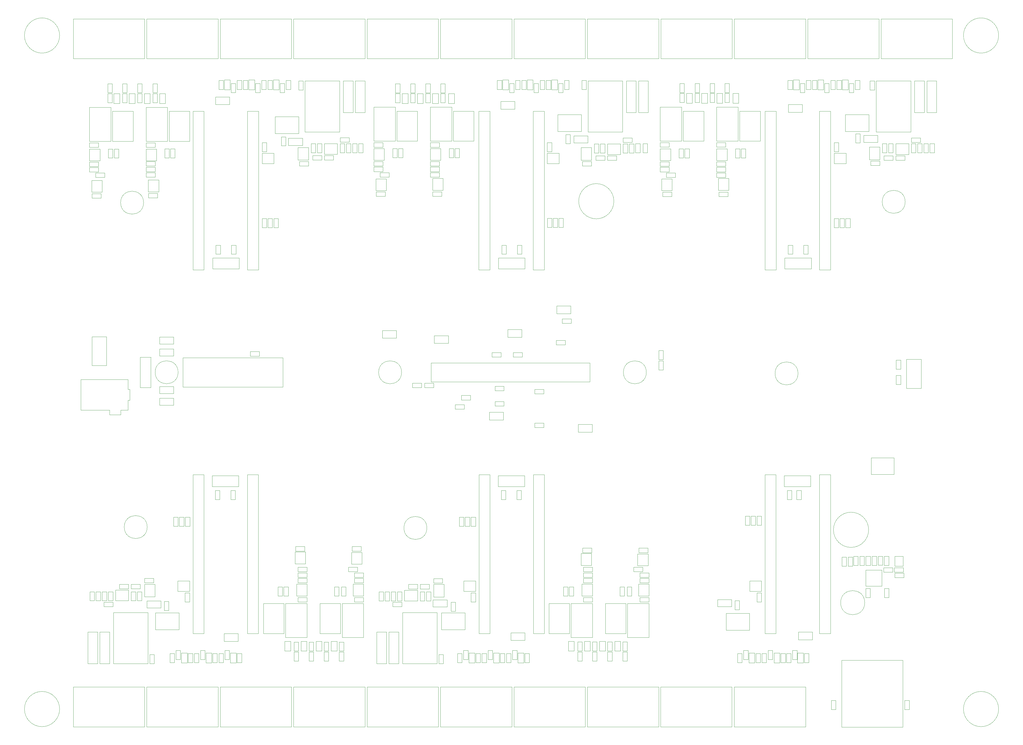
<source format=gbr>
%TF.GenerationSoftware,KiCad,Pcbnew,8.0.1*%
%TF.CreationDate,2024-04-17T10:04:04-05:00*%
%TF.ProjectId,Kristerj,4b726973-7465-4726-9a2e-6b696361645f,rev?*%
%TF.SameCoordinates,Original*%
%TF.FileFunction,Other,User*%
%FSLAX46Y46*%
G04 Gerber Fmt 4.6, Leading zero omitted, Abs format (unit mm)*
G04 Created by KiCad (PCBNEW 8.0.1) date 2024-04-17 10:04:04*
%MOMM*%
%LPD*%
G01*
G04 APERTURE LIST*
%ADD10C,0.050000*%
G04 APERTURE END LIST*
D10*
%TO.C,C3*%
X180925000Y-192065000D02*
X185525000Y-192065000D01*
X180925000Y-194365000D02*
X180925000Y-192065000D01*
X185525000Y-192065000D02*
X185525000Y-194365000D01*
X185525000Y-194365000D02*
X180925000Y-194365000D01*
%TO.C,C9*%
X245945000Y-125000000D02*
X247405000Y-125000000D01*
X245945000Y-127960000D02*
X245945000Y-125000000D01*
X247405000Y-125000000D02*
X247405000Y-127960000D01*
X247405000Y-127960000D02*
X245945000Y-127960000D01*
%TO.C,C10*%
X221500000Y-269770000D02*
X222960000Y-269770000D01*
X221500000Y-272730000D02*
X221500000Y-269770000D01*
X222960000Y-269770000D02*
X222960000Y-272730000D01*
X222960000Y-272730000D02*
X221500000Y-272730000D01*
%TO.C,C11*%
X171630000Y-271365000D02*
X173090000Y-271365000D01*
X171630000Y-274325000D02*
X171630000Y-271365000D01*
X173090000Y-271365000D02*
X173090000Y-274325000D01*
X173090000Y-274325000D02*
X171630000Y-274325000D01*
%TO.C,C16*%
X240360000Y-269770000D02*
X241820000Y-269770000D01*
X240360000Y-272730000D02*
X240360000Y-269770000D01*
X241820000Y-269770000D02*
X241820000Y-272730000D01*
X241820000Y-272730000D02*
X240360000Y-272730000D01*
%TO.C,C35*%
X419170000Y-125050000D02*
X420630000Y-125050000D01*
X419170000Y-128010000D02*
X419170000Y-125050000D01*
X420630000Y-125050000D02*
X420630000Y-128010000D01*
X420630000Y-128010000D02*
X419170000Y-128010000D01*
%TO.C,C36*%
X369120000Y-126680000D02*
X370580000Y-126680000D01*
X369120000Y-129640000D02*
X369120000Y-126680000D01*
X370580000Y-126680000D02*
X370580000Y-129640000D01*
X370580000Y-129640000D02*
X369120000Y-129640000D01*
%TO.C,D1*%
X237000000Y-287550000D02*
X238900000Y-287550000D01*
X237000000Y-290750000D02*
X237000000Y-287550000D01*
X237000000Y-290750000D02*
X238900000Y-290750000D01*
X238900000Y-290750000D02*
X238900000Y-287550000D01*
%TO.C,D3*%
X232030000Y-287550000D02*
X233930000Y-287550000D01*
X232030000Y-290750000D02*
X232030000Y-287550000D01*
X232030000Y-290750000D02*
X233930000Y-290750000D01*
X233930000Y-290750000D02*
X233930000Y-287550000D01*
%TO.C,D5*%
X202050000Y-104225000D02*
X202050000Y-107425000D01*
X203950000Y-104225000D02*
X202050000Y-104225000D01*
X203950000Y-104225000D02*
X203950000Y-107425000D01*
X203950000Y-107425000D02*
X202050000Y-107425000D01*
%TO.C,D7*%
X227110000Y-287550000D02*
X229010000Y-287550000D01*
X227110000Y-290750000D02*
X227110000Y-287550000D01*
X227110000Y-290750000D02*
X229010000Y-290750000D01*
X229010000Y-290750000D02*
X229010000Y-287550000D01*
%TO.C,D9*%
X210050000Y-104225000D02*
X210050000Y-107425000D01*
X211950000Y-104225000D02*
X210050000Y-104225000D01*
X211950000Y-104225000D02*
X211950000Y-107425000D01*
X211950000Y-107425000D02*
X210050000Y-107425000D01*
%TO.C,D11*%
X218050000Y-104225000D02*
X218050000Y-107425000D01*
X219950000Y-104225000D02*
X218050000Y-104225000D01*
X219950000Y-104225000D02*
X219950000Y-107425000D01*
X219950000Y-107425000D02*
X218050000Y-107425000D01*
%TO.C,D13*%
X221835000Y-287550000D02*
X223735000Y-287550000D01*
X221835000Y-290750000D02*
X221835000Y-287550000D01*
X221835000Y-290750000D02*
X223735000Y-290750000D01*
X223735000Y-290750000D02*
X223735000Y-287550000D01*
%TO.C,D15*%
X214860000Y-275205000D02*
X221560000Y-275205000D01*
X214860000Y-285005000D02*
X214860000Y-275205000D01*
X221560000Y-275205000D02*
X221560000Y-285005000D01*
X221560000Y-285005000D02*
X214860000Y-285005000D01*
%TO.C,D25*%
X265165000Y-108685000D02*
X265165000Y-111885000D01*
X267065000Y-108685000D02*
X265165000Y-108685000D01*
X267065000Y-108685000D02*
X267065000Y-111885000D01*
X267065000Y-111885000D02*
X265165000Y-111885000D01*
%TO.C,D29*%
X270080000Y-108685000D02*
X270080000Y-111885000D01*
X271980000Y-108685000D02*
X270080000Y-108685000D01*
X271980000Y-108685000D02*
X271980000Y-111885000D01*
X271980000Y-111885000D02*
X270080000Y-111885000D01*
%TO.C,D31*%
X301050000Y-104225000D02*
X301050000Y-107425000D01*
X302950000Y-104225000D02*
X301050000Y-104225000D01*
X302950000Y-104225000D02*
X302950000Y-107425000D01*
X302950000Y-107425000D02*
X301050000Y-107425000D01*
%TO.C,D32*%
X290050000Y-291400000D02*
X291950000Y-291400000D01*
X290050000Y-294600000D02*
X290050000Y-291400000D01*
X290050000Y-294600000D02*
X291950000Y-294600000D01*
X291950000Y-294600000D02*
X291950000Y-291400000D01*
%TO.C,D49*%
X388050000Y-104225000D02*
X388050000Y-107425000D01*
X389950000Y-104225000D02*
X388050000Y-104225000D01*
X389950000Y-104225000D02*
X389950000Y-107425000D01*
X389950000Y-107425000D02*
X388050000Y-107425000D01*
%TO.C,D51*%
X362995000Y-108615000D02*
X362995000Y-111815000D01*
X364895000Y-108615000D02*
X362995000Y-108615000D01*
X364895000Y-108615000D02*
X364895000Y-111815000D01*
X364895000Y-111815000D02*
X362995000Y-111815000D01*
%TO.C,D54*%
X381715000Y-291400000D02*
X383615000Y-291400000D01*
X381715000Y-294600000D02*
X381715000Y-291400000D01*
X381715000Y-294600000D02*
X383615000Y-294600000D01*
X383615000Y-294600000D02*
X383615000Y-291400000D01*
%TO.C,D55*%
X404050000Y-104225000D02*
X404050000Y-107425000D01*
X405950000Y-104225000D02*
X404050000Y-104225000D01*
X405950000Y-104225000D02*
X405950000Y-107425000D01*
X405950000Y-107425000D02*
X404050000Y-107425000D01*
%TO.C,D59*%
X370520000Y-114405000D02*
X377220000Y-114405000D01*
X370520000Y-124205000D02*
X370520000Y-114405000D01*
X377220000Y-114405000D02*
X377220000Y-124205000D01*
X377220000Y-124205000D02*
X370520000Y-124205000D01*
%TO.C,F1*%
X174550000Y-194754500D02*
X174550000Y-204654500D01*
X174550000Y-204654500D02*
X178050000Y-204654500D01*
X178050000Y-204654500D02*
X178050000Y-194754500D01*
X178090000Y-194744500D02*
X174590000Y-194744500D01*
%TO.C,J5*%
X198090000Y-233505000D02*
X206740000Y-233505000D01*
X198090000Y-237055000D02*
X198090000Y-233505000D01*
X206740000Y-233505000D02*
X206740000Y-237055000D01*
X206740000Y-237055000D02*
X198090000Y-237055000D01*
%TO.C,J19*%
X385260000Y-162345000D02*
X393910000Y-162345000D01*
X385260000Y-165895000D02*
X385260000Y-162345000D01*
X393910000Y-162345000D02*
X393910000Y-165895000D01*
X393910000Y-165895000D02*
X385260000Y-165895000D01*
%TO.C,J20*%
X385015000Y-233515000D02*
X393665000Y-233515000D01*
X385015000Y-237065000D02*
X385015000Y-233515000D01*
X393665000Y-233515000D02*
X393665000Y-237065000D01*
X393665000Y-237065000D02*
X385015000Y-237065000D01*
%TO.C,L1*%
X186975000Y-199700000D02*
G75*
G02*
X179475000Y-199700000I-3750000J0D01*
G01*
X179475000Y-199700000D02*
G75*
G02*
X186975000Y-199700000I3750000J0D01*
G01*
%TO.C,Q11*%
X165820000Y-278220000D02*
X165820000Y-294870000D01*
X165820000Y-294870000D02*
X177120000Y-294870000D01*
X177120000Y-278220000D02*
X165820000Y-278220000D01*
X177120000Y-294870000D02*
X177120000Y-278220000D01*
%TO.C,Q33*%
X344525000Y-113105000D02*
X344525000Y-124205000D01*
X344525000Y-124205000D02*
X351525000Y-124205000D01*
X351525000Y-113105000D02*
X344525000Y-113105000D01*
X351525000Y-124205000D02*
X351525000Y-113105000D01*
%TO.C,Q36*%
X415115000Y-104540000D02*
X415115000Y-121190000D01*
X415115000Y-121190000D02*
X426415000Y-121190000D01*
X426415000Y-104540000D02*
X415115000Y-104540000D01*
X426415000Y-121190000D02*
X426415000Y-104540000D01*
%TO.C,R1*%
X239630000Y-291030000D02*
X241090000Y-291030000D01*
X239630000Y-293990000D02*
X239630000Y-291030000D01*
X241090000Y-291030000D02*
X241090000Y-293990000D01*
X241090000Y-293990000D02*
X239630000Y-293990000D01*
%TO.C,R2*%
X239630000Y-287790000D02*
X241090000Y-287790000D01*
X239630000Y-290750000D02*
X239630000Y-287790000D01*
X241090000Y-287790000D02*
X241090000Y-290750000D01*
X241090000Y-290750000D02*
X239630000Y-290750000D01*
%TO.C,R4*%
X163945000Y-108665000D02*
X165405000Y-108665000D01*
X163945000Y-111625000D02*
X163945000Y-108665000D01*
X165405000Y-108665000D02*
X165405000Y-111625000D01*
X165405000Y-111625000D02*
X163945000Y-111625000D01*
%TO.C,R5*%
X421655000Y-200745000D02*
X423115000Y-200745000D01*
X421655000Y-203705000D02*
X421655000Y-200745000D01*
X423115000Y-200745000D02*
X423115000Y-203705000D01*
X423115000Y-203705000D02*
X421655000Y-203705000D01*
%TO.C,R6*%
X421655000Y-195700000D02*
X423115000Y-195700000D01*
X421655000Y-198660000D02*
X421655000Y-195700000D01*
X423115000Y-195700000D02*
X423115000Y-198660000D01*
X423115000Y-198660000D02*
X421655000Y-198660000D01*
%TO.C,R9*%
X168820000Y-105420000D02*
X170280000Y-105420000D01*
X168820000Y-108380000D02*
X168820000Y-105420000D01*
X170280000Y-105420000D02*
X170280000Y-108380000D01*
X170280000Y-108380000D02*
X168820000Y-108380000D01*
%TO.C,R11*%
X185490000Y-246995000D02*
X186950000Y-246995000D01*
X185490000Y-249955000D02*
X185490000Y-246995000D01*
X186950000Y-246995000D02*
X186950000Y-249955000D01*
X186950000Y-249955000D02*
X185490000Y-249955000D01*
%TO.C,R13*%
X206270000Y-291520000D02*
X207730000Y-291520000D01*
X206270000Y-294480000D02*
X206270000Y-291520000D01*
X207730000Y-291520000D02*
X207730000Y-294480000D01*
X207730000Y-294480000D02*
X206270000Y-294480000D01*
%TO.C,R14*%
X229740000Y-291030000D02*
X231200000Y-291030000D01*
X229740000Y-293990000D02*
X229740000Y-291030000D01*
X231200000Y-291030000D02*
X231200000Y-293990000D01*
X231200000Y-293990000D02*
X229740000Y-293990000D01*
%TO.C,R22*%
X216315000Y-149460000D02*
X217775000Y-149460000D01*
X216315000Y-152420000D02*
X216315000Y-149460000D01*
X217775000Y-149460000D02*
X217775000Y-152420000D01*
X217775000Y-152420000D02*
X216315000Y-152420000D01*
%TO.C,R23*%
X198270000Y-291520000D02*
X199730000Y-291520000D01*
X198270000Y-294480000D02*
X198270000Y-291520000D01*
X199730000Y-291520000D02*
X199730000Y-294480000D01*
X199730000Y-294480000D02*
X198270000Y-294480000D01*
%TO.C,R24*%
X189250000Y-271770000D02*
X190710000Y-271770000D01*
X189250000Y-274730000D02*
X189250000Y-271770000D01*
X190710000Y-271770000D02*
X190710000Y-274730000D01*
X190710000Y-274730000D02*
X189250000Y-274730000D01*
%TO.C,R25*%
X218255000Y-149460000D02*
X219715000Y-149460000D01*
X218255000Y-152420000D02*
X218255000Y-149460000D01*
X219715000Y-149460000D02*
X219715000Y-152420000D01*
X219715000Y-152420000D02*
X218255000Y-152420000D01*
%TO.C,R26*%
X214435000Y-124670000D02*
X215895000Y-124670000D01*
X214435000Y-127630000D02*
X214435000Y-124670000D01*
X215895000Y-124670000D02*
X215895000Y-127630000D01*
X215895000Y-127630000D02*
X214435000Y-127630000D01*
%TO.C,R27*%
X216270000Y-104345000D02*
X217730000Y-104345000D01*
X216270000Y-107305000D02*
X216270000Y-104345000D01*
X217730000Y-104345000D02*
X217730000Y-107305000D01*
X217730000Y-107305000D02*
X216270000Y-107305000D01*
%TO.C,R28*%
X190270000Y-291520000D02*
X191730000Y-291520000D01*
X190270000Y-294480000D02*
X190270000Y-291520000D01*
X191730000Y-291520000D02*
X191730000Y-294480000D01*
X191730000Y-294480000D02*
X190270000Y-294480000D01*
%TO.C,R29*%
X224865000Y-291030000D02*
X226325000Y-291030000D01*
X224865000Y-293990000D02*
X224865000Y-291030000D01*
X226325000Y-291030000D02*
X226325000Y-293990000D01*
X226325000Y-293990000D02*
X224865000Y-293990000D01*
%TO.C,R30*%
X224865000Y-287790000D02*
X226325000Y-287790000D01*
X224865000Y-290750000D02*
X224865000Y-287790000D01*
X226325000Y-287790000D02*
X226325000Y-290750000D01*
X226325000Y-290750000D02*
X224865000Y-290750000D01*
%TO.C,R47*%
X226130000Y-273270000D02*
X229090000Y-273270000D01*
X226130000Y-274730000D02*
X226130000Y-273270000D01*
X229090000Y-273270000D02*
X229090000Y-274730000D01*
X229090000Y-274730000D02*
X226130000Y-274730000D01*
%TO.C,R52*%
X173655000Y-271365000D02*
X175115000Y-271365000D01*
X173655000Y-274325000D02*
X173655000Y-271365000D01*
X175115000Y-271365000D02*
X175115000Y-274325000D01*
X175115000Y-274325000D02*
X173655000Y-274325000D01*
%TO.C,R53*%
X230440000Y-125000000D02*
X231900000Y-125000000D01*
X230440000Y-127960000D02*
X230440000Y-125000000D01*
X231900000Y-125000000D02*
X231900000Y-127960000D01*
X231900000Y-127960000D02*
X230440000Y-127960000D01*
%TO.C,R58*%
X226605000Y-130840000D02*
X229565000Y-130840000D01*
X226605000Y-132300000D02*
X226605000Y-130840000D01*
X229565000Y-130840000D02*
X229565000Y-132300000D01*
X229565000Y-132300000D02*
X226605000Y-132300000D01*
%TO.C,R61*%
X241950000Y-125000000D02*
X243410000Y-125000000D01*
X241950000Y-127960000D02*
X241950000Y-125000000D01*
X243410000Y-125000000D02*
X243410000Y-127960000D01*
X243410000Y-127960000D02*
X241950000Y-127960000D01*
%TO.C,R62*%
X158810000Y-141355000D02*
X161770000Y-141355000D01*
X158810000Y-142815000D02*
X158810000Y-141355000D01*
X161770000Y-141355000D02*
X161770000Y-142815000D01*
X161770000Y-142815000D02*
X158810000Y-142815000D01*
%TO.C,R65*%
X244615000Y-267005000D02*
X247575000Y-267005000D01*
X244615000Y-268465000D02*
X244615000Y-267005000D01*
X247575000Y-267005000D02*
X247575000Y-268465000D01*
X247575000Y-268465000D02*
X244615000Y-268465000D01*
%TO.C,R87*%
X300270000Y-291520000D02*
X301730000Y-291520000D01*
X300270000Y-294480000D02*
X300270000Y-291520000D01*
X301730000Y-291520000D02*
X301730000Y-294480000D01*
X301730000Y-294480000D02*
X300270000Y-294480000D01*
%TO.C,R89*%
X267895000Y-105440000D02*
X269355000Y-105440000D01*
X267895000Y-108400000D02*
X267895000Y-105440000D01*
X269355000Y-105440000D02*
X269355000Y-108400000D01*
X269355000Y-108400000D02*
X267895000Y-108400000D01*
%TO.C,R90*%
X267895000Y-108685000D02*
X269355000Y-108685000D01*
X267895000Y-111645000D02*
X267895000Y-108685000D01*
X269355000Y-108685000D02*
X269355000Y-111645000D01*
X269355000Y-111645000D02*
X267895000Y-111645000D01*
%TO.C,R93*%
X322400000Y-287785000D02*
X323860000Y-287785000D01*
X322400000Y-290745000D02*
X322400000Y-287785000D01*
X323860000Y-287785000D02*
X323860000Y-290745000D01*
X323860000Y-290745000D02*
X322400000Y-290745000D01*
%TO.C,R95*%
X282715000Y-246990000D02*
X284175000Y-246990000D01*
X282715000Y-249950000D02*
X282715000Y-246990000D01*
X284175000Y-246990000D02*
X284175000Y-249950000D01*
X284175000Y-249950000D02*
X282715000Y-249950000D01*
%TO.C,R96*%
X299270000Y-104345000D02*
X300730000Y-104345000D01*
X299270000Y-107305000D02*
X299270000Y-104345000D01*
X300730000Y-104345000D02*
X300730000Y-107305000D01*
X300730000Y-107305000D02*
X299270000Y-107305000D01*
%TO.C,R97*%
X292270000Y-291520000D02*
X293730000Y-291520000D01*
X292270000Y-294480000D02*
X292270000Y-291520000D01*
X293730000Y-291520000D02*
X293730000Y-294480000D01*
X293730000Y-294480000D02*
X292270000Y-294480000D01*
%TO.C,R99*%
X307617500Y-124670000D02*
X309077500Y-124670000D01*
X307617500Y-127630000D02*
X307617500Y-124670000D01*
X309077500Y-124670000D02*
X309077500Y-127630000D01*
X309077500Y-127630000D02*
X307617500Y-127630000D01*
%TO.C,R101*%
X307270000Y-104345000D02*
X308730000Y-104345000D01*
X307270000Y-107305000D02*
X307270000Y-104345000D01*
X308730000Y-104345000D02*
X308730000Y-107305000D01*
X308730000Y-107305000D02*
X307270000Y-107305000D01*
%TO.C,R104*%
X272765000Y-108685000D02*
X274225000Y-108685000D01*
X272765000Y-111645000D02*
X272765000Y-108685000D01*
X274225000Y-108685000D02*
X274225000Y-111645000D01*
X274225000Y-111645000D02*
X272765000Y-111645000D01*
%TO.C,R105*%
X317530000Y-291090000D02*
X318990000Y-291090000D01*
X317530000Y-294050000D02*
X317530000Y-291090000D01*
X318990000Y-291090000D02*
X318990000Y-294050000D01*
X318990000Y-294050000D02*
X317530000Y-294050000D01*
%TO.C,R106*%
X317530000Y-287785000D02*
X318990000Y-287785000D01*
X317530000Y-290745000D02*
X317530000Y-287785000D01*
X318990000Y-287785000D02*
X318990000Y-290745000D01*
X318990000Y-290745000D02*
X317530000Y-290745000D01*
%TO.C,R107*%
X297825000Y-158165000D02*
X299285000Y-158165000D01*
X297825000Y-161125000D02*
X297825000Y-158165000D01*
X299285000Y-158165000D02*
X299285000Y-161125000D01*
X299285000Y-161125000D02*
X297825000Y-161125000D01*
%TO.C,R108*%
X292755000Y-158165000D02*
X294215000Y-158165000D01*
X292755000Y-161125000D02*
X292755000Y-158165000D01*
X294215000Y-158165000D02*
X294215000Y-161125000D01*
X294215000Y-161125000D02*
X292755000Y-161125000D01*
%TO.C,R109*%
X292575000Y-238310000D02*
X294035000Y-238310000D01*
X292575000Y-241270000D02*
X292575000Y-238310000D01*
X294035000Y-238310000D02*
X294035000Y-241270000D01*
X294035000Y-241270000D02*
X292575000Y-241270000D01*
%TO.C,R111*%
X319140000Y-257125000D02*
X322100000Y-257125000D01*
X319140000Y-258585000D02*
X319140000Y-257125000D01*
X322100000Y-257125000D02*
X322100000Y-258585000D01*
X322100000Y-258585000D02*
X319140000Y-258585000D01*
%TO.C,R112*%
X266085000Y-268985000D02*
X269045000Y-268985000D01*
X266085000Y-270445000D02*
X266085000Y-268985000D01*
X269045000Y-268985000D02*
X269045000Y-270445000D01*
X269045000Y-270445000D02*
X266085000Y-270445000D01*
%TO.C,R115*%
X319405000Y-263380000D02*
X322365000Y-263380000D01*
X319405000Y-264840000D02*
X319405000Y-263380000D01*
X322365000Y-263380000D02*
X322365000Y-264840000D01*
X322365000Y-264840000D02*
X319405000Y-264840000D01*
%TO.C,R116*%
X319405000Y-265195000D02*
X322365000Y-265195000D01*
X319405000Y-266655000D02*
X319405000Y-265195000D01*
X322365000Y-265195000D02*
X322365000Y-266655000D01*
X322365000Y-266655000D02*
X319405000Y-266655000D01*
%TO.C,R132*%
X334460000Y-125075000D02*
X335920000Y-125075000D01*
X334460000Y-128035000D02*
X334460000Y-125075000D01*
X335920000Y-125075000D02*
X335920000Y-128035000D01*
X335920000Y-128035000D02*
X334460000Y-128035000D01*
%TO.C,R133*%
X337580000Y-257125000D02*
X340540000Y-257125000D01*
X337580000Y-258585000D02*
X337580000Y-257125000D01*
X340540000Y-257125000D02*
X340540000Y-258585000D01*
X340540000Y-258585000D02*
X337580000Y-258585000D01*
%TO.C,R134*%
X251740000Y-140730000D02*
X254700000Y-140730000D01*
X251740000Y-142190000D02*
X251740000Y-140730000D01*
X254700000Y-140730000D02*
X254700000Y-142190000D01*
X254700000Y-142190000D02*
X251740000Y-142190000D01*
%TO.C,R135*%
X335880000Y-263380000D02*
X338840000Y-263380000D01*
X335880000Y-264840000D02*
X335880000Y-263380000D01*
X338840000Y-263380000D02*
X338840000Y-264840000D01*
X338840000Y-264840000D02*
X335880000Y-264840000D01*
%TO.C,R136*%
X337880000Y-265195000D02*
X340840000Y-265195000D01*
X337880000Y-266655000D02*
X337880000Y-265195000D01*
X340840000Y-265195000D02*
X340840000Y-266655000D01*
X340840000Y-266655000D02*
X337880000Y-266655000D01*
%TO.C,R137*%
X337880000Y-267005000D02*
X340840000Y-267005000D01*
X337880000Y-268465000D02*
X337880000Y-267005000D01*
X340840000Y-267005000D02*
X340840000Y-268465000D01*
X340840000Y-268465000D02*
X337880000Y-268465000D01*
%TO.C,R138*%
X252935000Y-134480000D02*
X255895000Y-134480000D01*
X252935000Y-135940000D02*
X252935000Y-134480000D01*
X255895000Y-134480000D02*
X255895000Y-135940000D01*
X255895000Y-135940000D02*
X252935000Y-135940000D01*
%TO.C,R139*%
X250925000Y-132670000D02*
X253885000Y-132670000D01*
X250925000Y-134130000D02*
X250925000Y-132670000D01*
X253885000Y-132670000D02*
X253885000Y-134130000D01*
X253885000Y-134130000D02*
X250925000Y-134130000D01*
%TO.C,R140*%
X257145000Y-274780000D02*
X260105000Y-274780000D01*
X257145000Y-276240000D02*
X257145000Y-274780000D01*
X260105000Y-274780000D02*
X260105000Y-276240000D01*
X260105000Y-276240000D02*
X257145000Y-276240000D01*
%TO.C,R141*%
X332415000Y-123150000D02*
X335375000Y-123150000D01*
X332415000Y-124610000D02*
X332415000Y-123150000D01*
X335375000Y-123150000D02*
X335375000Y-124610000D01*
X335375000Y-124610000D02*
X332415000Y-124610000D01*
%TO.C,R142*%
X250935000Y-130840000D02*
X253895000Y-130840000D01*
X250935000Y-132300000D02*
X250935000Y-130840000D01*
X253895000Y-130840000D02*
X253895000Y-132300000D01*
X253895000Y-132300000D02*
X250935000Y-132300000D01*
%TO.C,R143*%
X337880000Y-273270000D02*
X340840000Y-273270000D01*
X337880000Y-274730000D02*
X337880000Y-273270000D01*
X340840000Y-273270000D02*
X340840000Y-274730000D01*
X340840000Y-274730000D02*
X337880000Y-274730000D01*
%TO.C,R144*%
X250935000Y-124705000D02*
X253895000Y-124705000D01*
X250935000Y-126165000D02*
X250935000Y-124705000D01*
X253895000Y-124705000D02*
X253895000Y-126165000D01*
X253895000Y-126165000D02*
X250935000Y-126165000D01*
%TO.C,R145*%
X272160000Y-291910000D02*
X273620000Y-291910000D01*
X272160000Y-294870000D02*
X272160000Y-291910000D01*
X273620000Y-291910000D02*
X273620000Y-294870000D01*
X273620000Y-294870000D02*
X272160000Y-294870000D01*
%TO.C,R146*%
X318905000Y-104345000D02*
X320365000Y-104345000D01*
X318905000Y-107305000D02*
X318905000Y-104345000D01*
X320365000Y-104345000D02*
X320365000Y-107305000D01*
X320365000Y-107305000D02*
X318905000Y-107305000D01*
%TO.C,R147*%
X331330000Y-269770000D02*
X332790000Y-269770000D01*
X331330000Y-272730000D02*
X331330000Y-269770000D01*
X332790000Y-269770000D02*
X332790000Y-272730000D01*
X332790000Y-272730000D02*
X331330000Y-272730000D01*
%TO.C,R148*%
X258990000Y-126615000D02*
X260450000Y-126615000D01*
X258990000Y-129575000D02*
X258990000Y-126615000D01*
X260450000Y-126615000D02*
X260450000Y-129575000D01*
X260450000Y-129575000D02*
X258990000Y-129575000D01*
%TO.C,R153*%
X355885000Y-105390000D02*
X357345000Y-105390000D01*
X355885000Y-108350000D02*
X355885000Y-105390000D01*
X357345000Y-105390000D02*
X357345000Y-108350000D01*
X357345000Y-108350000D02*
X355885000Y-108350000D01*
%TO.C,R154*%
X355890000Y-108615000D02*
X357350000Y-108615000D01*
X355890000Y-111575000D02*
X355890000Y-108615000D01*
X357350000Y-108615000D02*
X357350000Y-111575000D01*
X357350000Y-111575000D02*
X355890000Y-111575000D01*
%TO.C,R157*%
X401400000Y-149460000D02*
X402860000Y-149460000D01*
X401400000Y-152420000D02*
X401400000Y-149460000D01*
X402860000Y-149460000D02*
X402860000Y-152420000D01*
X402860000Y-152420000D02*
X401400000Y-152420000D01*
%TO.C,R158*%
X372325000Y-246685000D02*
X373785000Y-246685000D01*
X372325000Y-249645000D02*
X372325000Y-246685000D01*
X373785000Y-246685000D02*
X373785000Y-249645000D01*
X373785000Y-249645000D02*
X372325000Y-249645000D01*
%TO.C,R159*%
X386270000Y-104345000D02*
X387730000Y-104345000D01*
X386270000Y-107305000D02*
X386270000Y-104345000D01*
X387730000Y-104345000D02*
X387730000Y-107305000D01*
X387730000Y-107305000D02*
X386270000Y-107305000D01*
%TO.C,R169*%
X374225000Y-246675000D02*
X375685000Y-246675000D01*
X374225000Y-249635000D02*
X374225000Y-246675000D01*
X375685000Y-246675000D02*
X375685000Y-249635000D01*
X375685000Y-249635000D02*
X374225000Y-249635000D01*
%TO.C,R170*%
X383980000Y-291520000D02*
X385440000Y-291520000D01*
X383980000Y-294480000D02*
X383980000Y-291520000D01*
X385440000Y-291520000D02*
X385440000Y-294480000D01*
X385440000Y-294480000D02*
X383980000Y-294480000D01*
%TO.C,R171*%
X401410000Y-124680000D02*
X402870000Y-124680000D01*
X401410000Y-127640000D02*
X401410000Y-124680000D01*
X402870000Y-124680000D02*
X402870000Y-127640000D01*
X402870000Y-127640000D02*
X401410000Y-127640000D01*
%TO.C,R172*%
X376137500Y-271765000D02*
X377597500Y-271765000D01*
X376137500Y-274725000D02*
X376137500Y-271765000D01*
X377597500Y-271765000D02*
X377597500Y-274725000D01*
X377597500Y-274725000D02*
X376137500Y-274725000D01*
%TO.C,R175*%
X365675000Y-105390000D02*
X367135000Y-105390000D01*
X365675000Y-108350000D02*
X365675000Y-105390000D01*
X367135000Y-105390000D02*
X367135000Y-108350000D01*
X367135000Y-108350000D02*
X365675000Y-108350000D01*
%TO.C,R176*%
X365675000Y-108615000D02*
X367135000Y-108615000D01*
X365675000Y-111575000D02*
X365675000Y-108615000D01*
X367135000Y-108615000D02*
X367135000Y-111575000D01*
X367135000Y-111575000D02*
X365675000Y-111575000D01*
%TO.C,R179*%
X391415000Y-158165000D02*
X392875000Y-158165000D01*
X391415000Y-161125000D02*
X391415000Y-158165000D01*
X392875000Y-158165000D02*
X392875000Y-161125000D01*
X392875000Y-161125000D02*
X391415000Y-161125000D01*
%TO.C,R180*%
X386345000Y-158165000D02*
X387805000Y-158165000D01*
X386345000Y-161125000D02*
X386345000Y-158165000D01*
X387805000Y-158165000D02*
X387805000Y-161125000D01*
X387805000Y-161125000D02*
X386345000Y-161125000D01*
%TO.C,R181*%
X386060000Y-238310000D02*
X387520000Y-238310000D01*
X386060000Y-241270000D02*
X386060000Y-238310000D01*
X387520000Y-238310000D02*
X387520000Y-241270000D01*
X387520000Y-241270000D02*
X386060000Y-241270000D01*
%TO.C,R182*%
X389135000Y-238310000D02*
X390595000Y-238310000D01*
X389135000Y-241270000D02*
X389135000Y-238310000D01*
X390595000Y-238310000D02*
X390595000Y-241270000D01*
X390595000Y-241270000D02*
X389135000Y-241270000D01*
%TO.C,R183*%
X363755000Y-140825000D02*
X366715000Y-140825000D01*
X363755000Y-142285000D02*
X363755000Y-140825000D01*
X366715000Y-140825000D02*
X366715000Y-142285000D01*
X366715000Y-142285000D02*
X363755000Y-142285000D01*
%TO.C,R185*%
X417665000Y-129010000D02*
X420625000Y-129010000D01*
X417665000Y-130470000D02*
X417665000Y-129010000D01*
X420625000Y-129010000D02*
X420625000Y-130470000D01*
X420625000Y-130470000D02*
X417665000Y-130470000D01*
%TO.C,R187*%
X362990000Y-134570000D02*
X365950000Y-134570000D01*
X362990000Y-136030000D02*
X362990000Y-134570000D01*
X365950000Y-134570000D02*
X365950000Y-136030000D01*
X365950000Y-136030000D02*
X362990000Y-136030000D01*
%TO.C,R188*%
X362990000Y-132755000D02*
X365950000Y-132755000D01*
X362990000Y-134215000D02*
X362990000Y-132755000D01*
X365950000Y-132755000D02*
X365950000Y-134215000D01*
X365950000Y-134215000D02*
X362990000Y-134215000D01*
%TO.C,R189*%
X362990000Y-130945000D02*
X365950000Y-130945000D01*
X362990000Y-132405000D02*
X362990000Y-130945000D01*
X365950000Y-130945000D02*
X365950000Y-132405000D01*
X365950000Y-132405000D02*
X362990000Y-132405000D01*
%TO.C,R193*%
X362990000Y-124680000D02*
X365950000Y-124680000D01*
X362990000Y-126140000D02*
X362990000Y-124680000D01*
X365950000Y-124680000D02*
X365950000Y-126140000D01*
X365950000Y-126140000D02*
X362990000Y-126140000D01*
%TO.C,R195*%
X371005000Y-126680000D02*
X372465000Y-126680000D01*
X371005000Y-129640000D02*
X371005000Y-126680000D01*
X372465000Y-126680000D02*
X372465000Y-129640000D01*
X372465000Y-129640000D02*
X371005000Y-129640000D01*
%TO.C,R198*%
X417140000Y-125050000D02*
X418600000Y-125050000D01*
X417140000Y-128010000D02*
X417140000Y-125050000D01*
X418600000Y-125050000D02*
X418600000Y-128010000D01*
X418600000Y-128010000D02*
X417140000Y-128010000D01*
%TO.C,U5*%
X166515000Y-270825000D02*
X166515000Y-274325000D01*
X166515000Y-274325000D02*
X170755000Y-274325000D01*
X170755000Y-270825000D02*
X166515000Y-270825000D01*
X170755000Y-274325000D02*
X170755000Y-270825000D01*
%TO.C,U13*%
X260970000Y-270860000D02*
X260970000Y-274360000D01*
X260970000Y-274360000D02*
X265210000Y-274360000D01*
X265210000Y-270860000D02*
X260970000Y-270860000D01*
X265210000Y-274360000D02*
X265210000Y-270860000D01*
%TO.C,U14*%
X327310000Y-125075000D02*
X327310000Y-128575000D01*
X327310000Y-128575000D02*
X331550000Y-128575000D01*
X331550000Y-125075000D02*
X327310000Y-125075000D01*
X331550000Y-128575000D02*
X331550000Y-125075000D01*
%TO.C,U17*%
X378785000Y-114405000D02*
X378785000Y-166255000D01*
X378785000Y-166255000D02*
X382385000Y-166255000D01*
X382385000Y-114405000D02*
X378785000Y-114405000D01*
X382385000Y-166255000D02*
X382385000Y-114405000D01*
X396575000Y-114405000D02*
X396575000Y-166255000D01*
X396575000Y-166255000D02*
X400175000Y-166255000D01*
X400175000Y-114405000D02*
X396575000Y-114405000D01*
X400175000Y-166255000D02*
X400175000Y-114405000D01*
%TO.C,U22*%
X421510000Y-125050000D02*
X421510000Y-128550000D01*
X421510000Y-128550000D02*
X425750000Y-128550000D01*
X425750000Y-125050000D02*
X421510000Y-125050000D01*
X425750000Y-128550000D02*
X425750000Y-125050000D01*
%TO.C,D30*%
X319775000Y-287545000D02*
X321675000Y-287545000D01*
X319775000Y-290745000D02*
X319775000Y-287545000D01*
X319775000Y-290745000D02*
X321675000Y-290745000D01*
X321675000Y-290745000D02*
X321675000Y-287545000D01*
%TO.C,J1*%
X158785000Y-188055000D02*
X163585000Y-188055000D01*
X158785000Y-197505000D02*
X158785000Y-188055000D01*
X163585000Y-188055000D02*
X163585000Y-197505000D01*
X163585000Y-197505000D02*
X158785000Y-197505000D01*
%TO.C,H1*%
X148250000Y-309700000D02*
G75*
G02*
X136750000Y-309700000I-5750000J0D01*
G01*
X136750000Y-309700000D02*
G75*
G02*
X148250000Y-309700000I5750000J0D01*
G01*
%TO.C,H11*%
X455150000Y-309700000D02*
G75*
G02*
X443650000Y-309700000I-5750000J0D01*
G01*
X443650000Y-309700000D02*
G75*
G02*
X455150000Y-309700000I5750000J0D01*
G01*
%TO.C,H5*%
X148250000Y-89700000D02*
G75*
G02*
X136750000Y-89700000I-5750000J0D01*
G01*
X136750000Y-89700000D02*
G75*
G02*
X148250000Y-89700000I5750000J0D01*
G01*
%TO.C,H2*%
X176870000Y-250255000D02*
G75*
G02*
X169370000Y-250255000I-3750000J0D01*
G01*
X169370000Y-250255000D02*
G75*
G02*
X176870000Y-250255000I3750000J0D01*
G01*
%TO.C,H6*%
X340010000Y-199720000D02*
G75*
G02*
X332510000Y-199720000I-3750000J0D01*
G01*
X332510000Y-199720000D02*
G75*
G02*
X340010000Y-199720000I3750000J0D01*
G01*
%TO.C,H7*%
X424600000Y-144035000D02*
G75*
G02*
X417100000Y-144035000I-3750000J0D01*
G01*
X417100000Y-144035000D02*
G75*
G02*
X424600000Y-144035000I3750000J0D01*
G01*
%TO.C,H8*%
X329400000Y-143835000D02*
G75*
G02*
X317900000Y-143835000I-5750000J0D01*
G01*
X317900000Y-143835000D02*
G75*
G02*
X329400000Y-143835000I5750000J0D01*
G01*
%TO.C,H9*%
X175689260Y-144302740D02*
G75*
G02*
X168189260Y-144302740I-3750000J0D01*
G01*
X168189260Y-144302740D02*
G75*
G02*
X175689260Y-144302740I3750000J0D01*
G01*
%TO.C,H10*%
X260010000Y-199720000D02*
G75*
G02*
X252510000Y-199720000I-3750000J0D01*
G01*
X252510000Y-199720000D02*
G75*
G02*
X260010000Y-199720000I3750000J0D01*
G01*
%TO.C,H4*%
X412660000Y-251155000D02*
G75*
G02*
X401160000Y-251155000I-5750000J0D01*
G01*
X401160000Y-251155000D02*
G75*
G02*
X412660000Y-251155000I5750000J0D01*
G01*
%TO.C,H12*%
X268280000Y-250555000D02*
G75*
G02*
X260780000Y-250555000I-3750000J0D01*
G01*
X260780000Y-250555000D02*
G75*
G02*
X268280000Y-250555000I3750000J0D01*
G01*
%TO.C,C1*%
X180925000Y-208145000D02*
X185525000Y-208145000D01*
X180925000Y-210445000D02*
X180925000Y-208145000D01*
X185525000Y-208145000D02*
X185525000Y-210445000D01*
X185525000Y-210445000D02*
X180925000Y-210445000D01*
%TO.C,J6*%
X198255000Y-162345000D02*
X206905000Y-162345000D01*
X198255000Y-165895000D02*
X198255000Y-162345000D01*
X206905000Y-162345000D02*
X206905000Y-165895000D01*
X206905000Y-165895000D02*
X198255000Y-165895000D01*
%TO.C,J14*%
X291540000Y-233510000D02*
X300190000Y-233510000D01*
X291540000Y-237060000D02*
X291540000Y-233510000D01*
X300190000Y-233510000D02*
X300190000Y-237060000D01*
X300190000Y-237060000D02*
X291540000Y-237060000D01*
%TO.C,D6*%
X204050000Y-291400000D02*
X205950000Y-291400000D01*
X204050000Y-294600000D02*
X204050000Y-291400000D01*
X204050000Y-294600000D02*
X205950000Y-294600000D01*
X205950000Y-294600000D02*
X205950000Y-291400000D01*
%TO.C,D4*%
X170940000Y-108655000D02*
X170940000Y-111855000D01*
X172840000Y-108655000D02*
X170940000Y-108655000D01*
X172840000Y-108655000D02*
X172840000Y-111855000D01*
X172840000Y-111855000D02*
X170940000Y-111855000D01*
%TO.C,D2*%
X165965000Y-108665000D02*
X165965000Y-111865000D01*
X167865000Y-108665000D02*
X165965000Y-108665000D01*
X167865000Y-108665000D02*
X167865000Y-111865000D01*
X167865000Y-111865000D02*
X165965000Y-111865000D01*
%TO.C,D8*%
X175890000Y-108665000D02*
X175890000Y-111865000D01*
X177790000Y-108665000D02*
X175890000Y-108665000D01*
X177790000Y-108665000D02*
X177790000Y-111865000D01*
X177790000Y-111865000D02*
X175890000Y-111865000D01*
%TO.C,D14*%
X180920000Y-108665000D02*
X180920000Y-111865000D01*
X182820000Y-108665000D02*
X180920000Y-108665000D01*
X182820000Y-108665000D02*
X182820000Y-111865000D01*
X182820000Y-111865000D02*
X180920000Y-111865000D01*
%TO.C,D12*%
X188050000Y-291400000D02*
X189950000Y-291400000D01*
X188050000Y-294600000D02*
X188050000Y-291400000D01*
X188050000Y-294600000D02*
X189950000Y-294600000D01*
X189950000Y-294600000D02*
X189950000Y-291400000D01*
%TO.C,D17*%
X157480000Y-284550000D02*
X157480000Y-294870000D01*
X157480000Y-294870000D02*
X160680000Y-294870000D01*
X160680000Y-284550000D02*
X157480000Y-284550000D01*
X160680000Y-294870000D02*
X160680000Y-284550000D01*
%TO.C,D16*%
X184010000Y-114440000D02*
X190710000Y-114440000D01*
X184010000Y-124240000D02*
X184010000Y-114440000D01*
X190710000Y-114440000D02*
X190710000Y-124240000D01*
X190710000Y-124240000D02*
X184010000Y-124240000D01*
%TO.C,D10*%
X196050000Y-291400000D02*
X197950000Y-291400000D01*
X196050000Y-294600000D02*
X196050000Y-291400000D01*
X196050000Y-294600000D02*
X197950000Y-294600000D01*
X197950000Y-294600000D02*
X197950000Y-291400000D01*
%TO.C,R64*%
X244615000Y-265195000D02*
X247575000Y-265195000D01*
X244615000Y-266655000D02*
X244615000Y-265195000D01*
X247575000Y-265195000D02*
X247575000Y-266655000D01*
X247575000Y-266655000D02*
X244615000Y-266655000D01*
%TO.C,R66*%
X160010000Y-134605000D02*
X162970000Y-134605000D01*
X160010000Y-136065000D02*
X160010000Y-134605000D01*
X162970000Y-134605000D02*
X162970000Y-136065000D01*
X162970000Y-136065000D02*
X160010000Y-136065000D01*
%TO.C,R67*%
X158010000Y-132810000D02*
X160970000Y-132810000D01*
X158010000Y-134270000D02*
X158010000Y-132810000D01*
X160970000Y-132810000D02*
X160970000Y-134270000D01*
X160970000Y-134270000D02*
X158010000Y-134270000D01*
%TO.C,R63*%
X242615000Y-263380000D02*
X245575000Y-263380000D01*
X242615000Y-264840000D02*
X242615000Y-263380000D01*
X245575000Y-263380000D02*
X245575000Y-264840000D01*
X245575000Y-264840000D02*
X242615000Y-264840000D01*
%TO.C,R57*%
X243975000Y-125000000D02*
X245435000Y-125000000D01*
X243975000Y-127960000D02*
X243975000Y-125000000D01*
X245435000Y-125000000D02*
X245435000Y-127960000D01*
X245435000Y-127960000D02*
X243975000Y-127960000D01*
%TO.C,R43*%
X176490000Y-134520000D02*
X179450000Y-134520000D01*
X176490000Y-135980000D02*
X176490000Y-134520000D01*
X179450000Y-134520000D02*
X179450000Y-135980000D01*
X179450000Y-135980000D02*
X176490000Y-135980000D01*
%TO.C,R40*%
X230965000Y-128900000D02*
X233925000Y-128900000D01*
X230965000Y-130360000D02*
X230965000Y-128900000D01*
X233925000Y-128900000D02*
X233925000Y-130360000D01*
X233925000Y-130360000D02*
X230965000Y-130360000D01*
%TO.C,R33*%
X199135000Y-238300000D02*
X200595000Y-238300000D01*
X199135000Y-241260000D02*
X199135000Y-238300000D01*
X200595000Y-238300000D02*
X200595000Y-241260000D01*
X200595000Y-241260000D02*
X199135000Y-241260000D01*
%TO.C,R56*%
X176000000Y-267000000D02*
X178960000Y-267000000D01*
X176000000Y-268460000D02*
X176000000Y-267000000D01*
X178960000Y-267000000D02*
X178960000Y-268460000D01*
X178960000Y-268460000D02*
X176000000Y-268460000D01*
%TO.C,R49*%
X344080000Y-196005000D02*
X345540000Y-196005000D01*
X344080000Y-198965000D02*
X344080000Y-196005000D01*
X345540000Y-196005000D02*
X345540000Y-198965000D01*
X345540000Y-198965000D02*
X344080000Y-198965000D01*
%TO.C,R36*%
X199325000Y-158165000D02*
X200785000Y-158165000D01*
X199325000Y-161125000D02*
X199325000Y-158165000D01*
X200785000Y-158165000D02*
X200785000Y-161125000D01*
X200785000Y-161125000D02*
X199325000Y-161125000D01*
%TO.C,R41*%
X226130000Y-263380000D02*
X229090000Y-263380000D01*
X226130000Y-264840000D02*
X226130000Y-263380000D01*
X229090000Y-263380000D02*
X229090000Y-264840000D01*
X229090000Y-264840000D02*
X226130000Y-264840000D01*
%TO.C,R32*%
X178720000Y-108665000D02*
X180180000Y-108665000D01*
X178720000Y-111625000D02*
X178720000Y-108665000D01*
X180180000Y-108665000D02*
X180180000Y-111625000D01*
X180180000Y-111625000D02*
X178720000Y-111625000D01*
%TO.C,R39*%
X171630000Y-268945000D02*
X174590000Y-268945000D01*
X171630000Y-270405000D02*
X171630000Y-268945000D01*
X174590000Y-268945000D02*
X174590000Y-270405000D01*
X174590000Y-270405000D02*
X171630000Y-270405000D01*
%TO.C,R37*%
X225365000Y-256625000D02*
X228325000Y-256625000D01*
X225365000Y-258085000D02*
X225365000Y-256625000D01*
X228325000Y-256625000D02*
X228325000Y-258085000D01*
X228325000Y-258085000D02*
X225365000Y-258085000D01*
%TO.C,R60*%
X243815000Y-256625000D02*
X246775000Y-256625000D01*
X243815000Y-258085000D02*
X243815000Y-256625000D01*
X246775000Y-256625000D02*
X246775000Y-258085000D01*
X246775000Y-258085000D02*
X243815000Y-258085000D01*
%TO.C,R38*%
X177240000Y-141265000D02*
X180200000Y-141265000D01*
X177240000Y-142725000D02*
X177240000Y-141265000D01*
X180200000Y-141265000D02*
X180200000Y-142725000D01*
X180200000Y-142725000D02*
X177240000Y-142725000D01*
%TO.C,R59*%
X162145000Y-271365000D02*
X163605000Y-271365000D01*
X162145000Y-274325000D02*
X162145000Y-271365000D01*
X163605000Y-271365000D02*
X163605000Y-274325000D01*
X163605000Y-274325000D02*
X162145000Y-274325000D01*
%TO.C,R54*%
X344085000Y-192550000D02*
X345545000Y-192550000D01*
X344085000Y-195510000D02*
X344085000Y-192550000D01*
X345545000Y-192550000D02*
X345545000Y-195510000D01*
X345545000Y-195510000D02*
X344085000Y-195510000D01*
%TO.C,R55*%
X160120000Y-271365000D02*
X161580000Y-271365000D01*
X160120000Y-274325000D02*
X160120000Y-271365000D01*
X161580000Y-271365000D02*
X161580000Y-274325000D01*
X161580000Y-274325000D02*
X160120000Y-274325000D01*
%TO.C,R48*%
X176480000Y-124765000D02*
X179440000Y-124765000D01*
X176480000Y-126225000D02*
X176480000Y-124765000D01*
X179440000Y-124765000D02*
X179440000Y-126225000D01*
X179440000Y-126225000D02*
X176480000Y-126225000D01*
%TO.C,R42*%
X226130000Y-265195000D02*
X229090000Y-265195000D01*
X226130000Y-266655000D02*
X226130000Y-265195000D01*
X229090000Y-265195000D02*
X229090000Y-266655000D01*
X229090000Y-266655000D02*
X226130000Y-266655000D01*
%TO.C,R34*%
X204210000Y-238310000D02*
X205670000Y-238310000D01*
X204210000Y-241270000D02*
X204210000Y-238310000D01*
X205670000Y-238310000D02*
X205670000Y-241270000D01*
X205670000Y-241270000D02*
X204210000Y-241270000D01*
%TO.C,R35*%
X204405000Y-158165000D02*
X205865000Y-158165000D01*
X204405000Y-161125000D02*
X204405000Y-158165000D01*
X205865000Y-158165000D02*
X205865000Y-161125000D01*
X205865000Y-161125000D02*
X204405000Y-161125000D01*
%TO.C,C19*%
X327310000Y-128970000D02*
X330270000Y-128970000D01*
X327310000Y-130430000D02*
X327310000Y-128970000D01*
X330270000Y-128970000D02*
X330270000Y-130430000D01*
X330270000Y-130430000D02*
X327310000Y-130430000D01*
%TO.C,C18*%
X262250000Y-268985000D02*
X265210000Y-268985000D01*
X262250000Y-270445000D02*
X262250000Y-268985000D01*
X265210000Y-268985000D02*
X265210000Y-270445000D01*
X265210000Y-270445000D02*
X262250000Y-270445000D01*
%TO.C,U6*%
X234800000Y-125000000D02*
X234800000Y-128500000D01*
X234800000Y-128500000D02*
X239040000Y-128500000D01*
X239040000Y-125000000D02*
X234800000Y-125000000D01*
X239040000Y-128500000D02*
X239040000Y-125000000D01*
%TO.C,Q13*%
X318965000Y-268892500D02*
X318965000Y-272732500D01*
X318965000Y-272732500D02*
X322365000Y-272732500D01*
X322365000Y-268892500D02*
X318965000Y-268892500D01*
X322365000Y-272732500D02*
X322365000Y-268892500D01*
%TO.C,Q12*%
X228435000Y-104540000D02*
X228435000Y-121190000D01*
X228435000Y-121190000D02*
X239735000Y-121190000D01*
X239735000Y-104540000D02*
X228435000Y-104540000D01*
X239735000Y-121190000D02*
X239735000Y-104540000D01*
%TO.C,Q6*%
X226165000Y-126257500D02*
X226165000Y-130357500D01*
X226165000Y-130357500D02*
X229565000Y-130357500D01*
X229565000Y-126257500D02*
X226165000Y-126257500D01*
X229565000Y-130357500D02*
X229565000Y-126257500D01*
%TO.C,Q5*%
X176000000Y-268942500D02*
X176000000Y-273042500D01*
X176000000Y-273042500D02*
X179400000Y-273042500D01*
X179400000Y-268942500D02*
X176000000Y-268942500D01*
X179400000Y-273042500D02*
X179400000Y-268942500D01*
%TO.C,J8*%
X269670000Y-196635000D02*
X269670000Y-202785000D01*
X269670000Y-202785000D02*
X321520000Y-202785000D01*
X321520000Y-196635000D02*
X269670000Y-196635000D01*
X321520000Y-202785000D02*
X321520000Y-196635000D01*
%TO.C,R10*%
X168820000Y-108665000D02*
X170280000Y-108665000D01*
X168820000Y-111625000D02*
X168820000Y-108665000D01*
X170280000Y-108665000D02*
X170280000Y-111625000D01*
X170280000Y-111625000D02*
X168820000Y-111625000D01*
%TO.C,R12*%
X200270000Y-104345000D02*
X201730000Y-104345000D01*
X200270000Y-107305000D02*
X200270000Y-104345000D01*
X201730000Y-104345000D02*
X201730000Y-107305000D01*
X201730000Y-107305000D02*
X200270000Y-107305000D01*
%TO.C,R21*%
X208270000Y-104345000D02*
X209730000Y-104345000D01*
X208270000Y-107305000D02*
X208270000Y-104345000D01*
X209730000Y-104345000D02*
X209730000Y-107305000D01*
X209730000Y-107305000D02*
X208270000Y-107305000D01*
%TO.C,U1*%
X191820000Y-233155000D02*
X191820000Y-285005000D01*
X191820000Y-285005000D02*
X195420000Y-285005000D01*
X195420000Y-233155000D02*
X191820000Y-233155000D01*
X195420000Y-285005000D02*
X195420000Y-233155000D01*
X209610000Y-233155000D02*
X209610000Y-285005000D01*
X209610000Y-285005000D02*
X213210000Y-285005000D01*
X213210000Y-233155000D02*
X209610000Y-233155000D01*
X213210000Y-285005000D02*
X213210000Y-233155000D01*
%TO.C,R19*%
X214415000Y-149460000D02*
X215875000Y-149460000D01*
X214415000Y-152420000D02*
X214415000Y-149460000D01*
X215875000Y-149460000D02*
X215875000Y-152420000D01*
X215875000Y-152420000D02*
X214415000Y-152420000D01*
%TO.C,R18*%
X187390000Y-246995000D02*
X188850000Y-246995000D01*
X187390000Y-249955000D02*
X187390000Y-246995000D01*
X188850000Y-246995000D02*
X188850000Y-249955000D01*
X188850000Y-249955000D02*
X187390000Y-249955000D01*
%TO.C,R17*%
X173735000Y-108665000D02*
X175195000Y-108665000D01*
X173735000Y-111625000D02*
X173735000Y-108665000D01*
X175195000Y-108665000D02*
X175195000Y-111625000D01*
X175195000Y-111625000D02*
X173735000Y-111625000D01*
%TO.C,D47*%
X358080000Y-108615000D02*
X358080000Y-111815000D01*
X359980000Y-108615000D02*
X358080000Y-108615000D01*
X359980000Y-108615000D02*
X359980000Y-111815000D01*
X359980000Y-111815000D02*
X358080000Y-111815000D01*
%TO.C,D53*%
X396050000Y-104225000D02*
X396050000Y-107425000D01*
X397950000Y-104225000D02*
X396050000Y-104225000D01*
X397950000Y-104225000D02*
X397950000Y-107425000D01*
X397950000Y-107425000D02*
X396050000Y-107425000D01*
%TO.C,D45*%
X353105000Y-108620000D02*
X353105000Y-111820000D01*
X355005000Y-108620000D02*
X353105000Y-108620000D01*
X355005000Y-108620000D02*
X355005000Y-111820000D01*
X355005000Y-111820000D02*
X353105000Y-111820000D01*
%TO.C,D57*%
X368265000Y-108615000D02*
X368265000Y-111815000D01*
X370165000Y-108615000D02*
X368265000Y-108615000D01*
X370165000Y-108615000D02*
X370165000Y-111815000D01*
X370165000Y-111815000D02*
X368265000Y-111815000D01*
%TO.C,R94*%
X309505000Y-149440000D02*
X310965000Y-149440000D01*
X309505000Y-152400000D02*
X309505000Y-149440000D01*
X310965000Y-149440000D02*
X310965000Y-152400000D01*
X310965000Y-152400000D02*
X309505000Y-152400000D01*
%TO.C,R102*%
X284270000Y-291520000D02*
X285730000Y-291520000D01*
X284270000Y-294480000D02*
X284270000Y-291520000D01*
X285730000Y-291520000D02*
X285730000Y-294480000D01*
X285730000Y-294480000D02*
X284270000Y-294480000D01*
%TO.C,R88*%
X307655000Y-149440000D02*
X309115000Y-149440000D01*
X307655000Y-152400000D02*
X307655000Y-149440000D01*
X309115000Y-149440000D02*
X309115000Y-152400000D01*
X309115000Y-152400000D02*
X307655000Y-152400000D01*
%TO.C,R114*%
X323475000Y-128970000D02*
X326435000Y-128970000D01*
X323475000Y-130430000D02*
X323475000Y-128970000D01*
X326435000Y-128970000D02*
X326435000Y-130430000D01*
X326435000Y-130430000D02*
X323475000Y-130430000D01*
%TO.C,R113*%
X270155000Y-140730000D02*
X273115000Y-140730000D01*
X270155000Y-142190000D02*
X270155000Y-140730000D01*
X273115000Y-140730000D02*
X273115000Y-142190000D01*
X273115000Y-142190000D02*
X270155000Y-142190000D01*
%TO.C,R103*%
X272765000Y-105440000D02*
X274225000Y-105440000D01*
X272765000Y-108400000D02*
X272765000Y-105440000D01*
X274225000Y-105440000D02*
X274225000Y-108400000D01*
X274225000Y-108400000D02*
X272765000Y-108400000D01*
%TO.C,J2*%
X155190000Y-202045000D02*
X170590000Y-202045000D01*
X155190000Y-212045000D02*
X155190000Y-202045000D01*
X164590000Y-212045000D02*
X155190000Y-212045000D01*
X164590000Y-213545000D02*
X164590000Y-212045000D01*
X168190000Y-212045000D02*
X168190000Y-213545000D01*
X168190000Y-213545000D02*
X164590000Y-213545000D01*
X170590000Y-202045000D02*
X170590000Y-205245000D01*
X170590000Y-205245000D02*
X171190000Y-205245000D01*
X170590000Y-208845000D02*
X170590000Y-212045000D01*
X170590000Y-212045000D02*
X168190000Y-212045000D01*
X171190000Y-205245000D02*
X171190000Y-208845000D01*
X171190000Y-208845000D02*
X170590000Y-208845000D01*
%TO.C,U2*%
X191830000Y-114405000D02*
X191830000Y-166255000D01*
X191830000Y-166255000D02*
X195430000Y-166255000D01*
X195430000Y-114405000D02*
X191830000Y-114405000D01*
X195430000Y-166255000D02*
X195430000Y-114405000D01*
X209620000Y-114405000D02*
X209620000Y-166255000D01*
X209620000Y-166255000D02*
X213220000Y-166255000D01*
X213220000Y-114405000D02*
X209620000Y-114405000D01*
X213220000Y-166255000D02*
X213220000Y-114405000D01*
%TO.C,H13*%
X389580000Y-200075000D02*
G75*
G02*
X382080000Y-200075000I-3750000J0D01*
G01*
X382080000Y-200075000D02*
G75*
G02*
X389580000Y-200075000I3750000J0D01*
G01*
%TO.C,C2*%
X180925000Y-204310000D02*
X185525000Y-204310000D01*
X180925000Y-206610000D02*
X180925000Y-204310000D01*
X185525000Y-204310000D02*
X185525000Y-206610000D01*
X185525000Y-206610000D02*
X180925000Y-206610000D01*
%TO.C,C4*%
X180925000Y-188145000D02*
X185525000Y-188145000D01*
X180925000Y-190445000D02*
X180925000Y-188145000D01*
X185525000Y-188145000D02*
X185525000Y-190445000D01*
X185525000Y-190445000D02*
X180925000Y-190445000D01*
%TO.C,C5*%
X210520000Y-192945000D02*
X213480000Y-192945000D01*
X210520000Y-194405000D02*
X210520000Y-192945000D01*
X213480000Y-192945000D02*
X213480000Y-194405000D01*
X213480000Y-194405000D02*
X210520000Y-194405000D01*
%TO.C,C6*%
X167795000Y-268945000D02*
X170755000Y-268945000D01*
X167795000Y-270405000D02*
X167795000Y-268945000D01*
X170755000Y-268945000D02*
X170755000Y-270405000D01*
X170755000Y-270405000D02*
X167795000Y-270405000D01*
%TO.C,C7*%
X234800000Y-128910000D02*
X237760000Y-128910000D01*
X234800000Y-130370000D02*
X234800000Y-128910000D01*
X237760000Y-128910000D02*
X237760000Y-130370000D01*
X237760000Y-130370000D02*
X234800000Y-130370000D01*
%TO.C,C8*%
X158150000Y-271365000D02*
X159610000Y-271365000D01*
X158150000Y-274325000D02*
X158150000Y-271365000D01*
X159610000Y-271365000D02*
X159610000Y-274325000D01*
X159610000Y-274325000D02*
X158150000Y-274325000D01*
%TO.C,C12*%
X232465000Y-125000000D02*
X233925000Y-125000000D01*
X232465000Y-127960000D02*
X232465000Y-125000000D01*
X233925000Y-125000000D02*
X233925000Y-127960000D01*
X233925000Y-127960000D02*
X232465000Y-127960000D01*
%TO.C,C13*%
X182610000Y-126750000D02*
X184070000Y-126750000D01*
X182610000Y-129710000D02*
X182610000Y-126750000D01*
X184070000Y-126750000D02*
X184070000Y-129710000D01*
X184070000Y-129710000D02*
X182610000Y-129710000D01*
%TO.C,C14*%
X164190000Y-271365000D02*
X165650000Y-271365000D01*
X164190000Y-274325000D02*
X164190000Y-271365000D01*
X165650000Y-271365000D02*
X165650000Y-274325000D01*
X165650000Y-274325000D02*
X164190000Y-274325000D01*
%TO.C,C15*%
X239905000Y-125000000D02*
X241365000Y-125000000D01*
X239905000Y-127960000D02*
X239905000Y-125000000D01*
X241365000Y-125000000D02*
X241365000Y-127960000D01*
X241365000Y-127960000D02*
X239905000Y-127960000D01*
%TO.C,C20*%
X252605000Y-271400000D02*
X254065000Y-271400000D01*
X252605000Y-274360000D02*
X252605000Y-271400000D01*
X254065000Y-271400000D02*
X254065000Y-274360000D01*
X254065000Y-274360000D02*
X252605000Y-274360000D01*
%TO.C,C21*%
X338875000Y-124990000D02*
X340335000Y-124990000D01*
X338875000Y-127950000D02*
X338875000Y-124990000D01*
X340335000Y-124990000D02*
X340335000Y-127950000D01*
X340335000Y-127950000D02*
X338875000Y-127950000D01*
%TO.C,C22*%
X266085000Y-271400000D02*
X267545000Y-271400000D01*
X266085000Y-274360000D02*
X266085000Y-271400000D01*
X267545000Y-271400000D02*
X267545000Y-274360000D01*
X267545000Y-274360000D02*
X266085000Y-274360000D01*
%TO.C,C23*%
X324975000Y-125110000D02*
X326435000Y-125110000D01*
X324975000Y-128070000D02*
X324975000Y-125110000D01*
X326435000Y-125110000D02*
X326435000Y-128070000D01*
X326435000Y-128070000D02*
X324975000Y-128070000D01*
%TO.C,C24*%
X314775000Y-269770000D02*
X316235000Y-269770000D01*
X314775000Y-272730000D02*
X314775000Y-269770000D01*
X316235000Y-269770000D02*
X316235000Y-272730000D01*
X316235000Y-272730000D02*
X314775000Y-272730000D01*
%TO.C,C25*%
X275540000Y-126615000D02*
X277000000Y-126615000D01*
X275540000Y-129575000D02*
X275540000Y-126615000D01*
X277000000Y-126615000D02*
X277000000Y-129575000D01*
X277000000Y-129575000D02*
X275540000Y-129575000D01*
%TO.C,C26*%
X258645000Y-271400000D02*
X260105000Y-271400000D01*
X258645000Y-274360000D02*
X258645000Y-271400000D01*
X260105000Y-271400000D02*
X260105000Y-274360000D01*
X260105000Y-274360000D02*
X258645000Y-274360000D01*
%TO.C,C27*%
X332415000Y-125075000D02*
X333875000Y-125075000D01*
X332415000Y-128035000D02*
X332415000Y-125075000D01*
X333875000Y-125075000D02*
X333875000Y-128035000D01*
X333875000Y-128035000D02*
X332415000Y-128035000D01*
%TO.C,C28*%
X333710000Y-269770000D02*
X335170000Y-269770000D01*
X333710000Y-272730000D02*
X333710000Y-269770000D01*
X335170000Y-269770000D02*
X335170000Y-272730000D01*
X335170000Y-272730000D02*
X333710000Y-272730000D01*
%TO.C,C29*%
X257080000Y-126615000D02*
X258540000Y-126615000D01*
X257080000Y-129575000D02*
X257080000Y-126615000D01*
X258540000Y-126615000D02*
X258540000Y-129575000D01*
X258540000Y-129575000D02*
X257080000Y-129575000D01*
%TO.C,C31*%
X421510000Y-129010000D02*
X424470000Y-129010000D01*
X421510000Y-130470000D02*
X421510000Y-129010000D01*
X424470000Y-129010000D02*
X424470000Y-130470000D01*
X424470000Y-130470000D02*
X421510000Y-130470000D01*
%TO.C,C33*%
X432655000Y-125050000D02*
X434115000Y-125050000D01*
X432655000Y-128010000D02*
X432655000Y-125050000D01*
X434115000Y-125050000D02*
X434115000Y-128010000D01*
X434115000Y-128010000D02*
X432655000Y-128010000D01*
%TO.C,D18*%
X161385000Y-284550000D02*
X161385000Y-294870000D01*
X161385000Y-294870000D02*
X164585000Y-294870000D01*
X164585000Y-284550000D02*
X161385000Y-284550000D01*
X164585000Y-294870000D02*
X164585000Y-284550000D01*
%TO.C,D19*%
X244860000Y-104565000D02*
X244860000Y-114885000D01*
X244860000Y-114885000D02*
X248060000Y-114885000D01*
X248060000Y-104565000D02*
X244860000Y-104565000D01*
X248060000Y-114885000D02*
X248060000Y-104565000D01*
%TO.C,D20*%
X240955000Y-104560000D02*
X240955000Y-114880000D01*
X240955000Y-114880000D02*
X244155000Y-114880000D01*
X244155000Y-104560000D02*
X240955000Y-104560000D01*
X244155000Y-114880000D02*
X244155000Y-104560000D01*
%TO.C,D21*%
X233335000Y-275205000D02*
X240035000Y-275205000D01*
X233335000Y-285005000D02*
X233335000Y-275205000D01*
X240035000Y-275205000D02*
X240035000Y-285005000D01*
X240035000Y-285005000D02*
X233335000Y-285005000D01*
%TO.C,D22*%
X165550000Y-114440000D02*
X172250000Y-114440000D01*
X165550000Y-124240000D02*
X165550000Y-114440000D01*
X172250000Y-114440000D02*
X172250000Y-124240000D01*
X172250000Y-124240000D02*
X165550000Y-124240000D01*
%TO.C,D23*%
X260195000Y-108685000D02*
X260195000Y-111885000D01*
X262095000Y-108685000D02*
X260195000Y-108685000D01*
X262095000Y-108685000D02*
X262095000Y-111885000D01*
X262095000Y-111885000D02*
X260195000Y-111885000D01*
%TO.C,D24*%
X329660000Y-287545000D02*
X331560000Y-287545000D01*
X329660000Y-290745000D02*
X329660000Y-287545000D01*
X329660000Y-290745000D02*
X331560000Y-290745000D01*
X331560000Y-290745000D02*
X331560000Y-287545000D01*
%TO.C,D26*%
X324690000Y-287545000D02*
X326590000Y-287545000D01*
X324690000Y-290745000D02*
X324690000Y-287545000D01*
X324690000Y-290745000D02*
X326590000Y-290745000D01*
X326590000Y-290745000D02*
X326590000Y-287545000D01*
%TO.C,D27*%
X293050000Y-104225000D02*
X293050000Y-107425000D01*
X294950000Y-104225000D02*
X293050000Y-104225000D01*
X294950000Y-104225000D02*
X294950000Y-107425000D01*
X294950000Y-107425000D02*
X293050000Y-107425000D01*
%TO.C,D28*%
X298050000Y-291400000D02*
X299950000Y-291400000D01*
X298050000Y-294600000D02*
X298050000Y-291400000D01*
X298050000Y-294600000D02*
X299950000Y-294600000D01*
X299950000Y-294600000D02*
X299950000Y-291400000D01*
%TO.C,D33*%
X309050000Y-104225000D02*
X309050000Y-107425000D01*
X310950000Y-104225000D02*
X309050000Y-104225000D01*
X310950000Y-104225000D02*
X310950000Y-107425000D01*
X310950000Y-107425000D02*
X309050000Y-107425000D01*
%TO.C,D34*%
X282050000Y-291400000D02*
X283950000Y-291400000D01*
X282050000Y-294600000D02*
X282050000Y-291400000D01*
X282050000Y-294600000D02*
X283950000Y-294600000D01*
X283950000Y-294600000D02*
X283950000Y-291400000D01*
%TO.C,Q3*%
X222090000Y-275205000D02*
X222090000Y-286305000D01*
X222090000Y-286305000D02*
X229090000Y-286305000D01*
X229090000Y-275205000D02*
X222090000Y-275205000D01*
X229090000Y-286305000D02*
X229090000Y-275205000D01*
%TO.C,Q4*%
X176480000Y-113140000D02*
X176480000Y-124240000D01*
X176480000Y-124240000D02*
X183480000Y-124240000D01*
X183480000Y-113140000D02*
X176480000Y-113140000D01*
X183480000Y-124240000D02*
X183480000Y-113140000D01*
%TO.C,Q7*%
X244175000Y-268892500D02*
X244175000Y-272732500D01*
X244175000Y-272732500D02*
X247575000Y-272732500D01*
X247575000Y-268892500D02*
X244175000Y-268892500D01*
X247575000Y-272732500D02*
X247575000Y-268892500D01*
%TO.C,Q8*%
X158005000Y-126757500D02*
X158005000Y-130597500D01*
X158005000Y-130597500D02*
X161405000Y-130597500D01*
X161405000Y-126757500D02*
X158005000Y-126757500D01*
X161405000Y-130597500D02*
X161405000Y-126757500D01*
%TO.C,Q9*%
X240575000Y-275205000D02*
X240575000Y-286305000D01*
X240575000Y-286305000D02*
X247575000Y-286305000D01*
X247575000Y-275205000D02*
X240575000Y-275205000D01*
X247575000Y-286305000D02*
X247575000Y-275205000D01*
%TO.C,Q10*%
X158005000Y-113140000D02*
X158005000Y-124240000D01*
X158005000Y-124240000D02*
X165005000Y-124240000D01*
X165005000Y-113140000D02*
X158005000Y-113140000D01*
X165005000Y-124240000D02*
X165005000Y-113140000D01*
%TO.C,Q14*%
X269410000Y-126607500D02*
X269410000Y-130447500D01*
X269410000Y-130447500D02*
X272810000Y-130447500D01*
X272810000Y-126607500D02*
X269410000Y-126607500D01*
X272810000Y-130447500D02*
X272810000Y-126607500D01*
%TO.C,Q15*%
X315365000Y-275205000D02*
X315365000Y-286305000D01*
X315365000Y-286305000D02*
X322365000Y-286305000D01*
X322365000Y-275205000D02*
X315365000Y-275205000D01*
X322365000Y-286305000D02*
X322365000Y-275205000D01*
%TO.C,Q16*%
X269410000Y-113105000D02*
X269410000Y-124205000D01*
X269410000Y-124205000D02*
X276410000Y-124205000D01*
X276410000Y-113105000D02*
X269410000Y-113105000D01*
X276410000Y-124205000D02*
X276410000Y-113105000D01*
%TO.C,Q18*%
X318675000Y-126327500D02*
X318675000Y-130427500D01*
X318675000Y-130427500D02*
X322075000Y-130427500D01*
X322075000Y-126327500D02*
X318675000Y-126327500D01*
X322075000Y-130427500D02*
X322075000Y-126327500D01*
%TO.C,Q19*%
X337440000Y-268892500D02*
X337440000Y-272732500D01*
X337440000Y-272732500D02*
X340840000Y-272732500D01*
X340840000Y-268892500D02*
X337440000Y-268892500D01*
X340840000Y-272732500D02*
X340840000Y-268892500D01*
%TO.C,R3*%
X163945000Y-105420000D02*
X165405000Y-105420000D01*
X163945000Y-108380000D02*
X163945000Y-105420000D01*
X165405000Y-105420000D02*
X165405000Y-108380000D01*
X165405000Y-108380000D02*
X163945000Y-108380000D01*
%TO.C,R7*%
X234665000Y-291030000D02*
X236125000Y-291030000D01*
X234665000Y-293990000D02*
X234665000Y-291030000D01*
X236125000Y-291030000D02*
X236125000Y-293990000D01*
X236125000Y-293990000D02*
X234665000Y-293990000D01*
%TO.C,R8*%
X234665000Y-287790000D02*
X236125000Y-287790000D01*
X234665000Y-290750000D02*
X234665000Y-287790000D01*
X236125000Y-287790000D02*
X236125000Y-290750000D01*
X236125000Y-290750000D02*
X234665000Y-290750000D01*
%TO.C,R15*%
X229740000Y-287790000D02*
X231200000Y-287790000D01*
X229740000Y-290750000D02*
X229740000Y-287790000D01*
X231200000Y-287790000D02*
X231200000Y-290750000D01*
X231200000Y-290750000D02*
X229740000Y-290750000D01*
%TO.C,R20*%
X189330000Y-246995000D02*
X190790000Y-246995000D01*
X189330000Y-249955000D02*
X189330000Y-246995000D01*
X190790000Y-246995000D02*
X190790000Y-249955000D01*
X190790000Y-249955000D02*
X189330000Y-249955000D01*
%TO.C,R31*%
X178720000Y-105420000D02*
X180180000Y-105420000D01*
X178720000Y-108380000D02*
X178720000Y-105420000D01*
X180180000Y-105420000D02*
X180180000Y-108380000D01*
X180180000Y-108380000D02*
X178720000Y-108380000D01*
%TO.C,R44*%
X176490000Y-132715000D02*
X179450000Y-132715000D01*
X176490000Y-134175000D02*
X176490000Y-132715000D01*
X179450000Y-132715000D02*
X179450000Y-134175000D01*
X179450000Y-134175000D02*
X176490000Y-134175000D01*
%TO.C,R45*%
X226130000Y-267005000D02*
X229090000Y-267005000D01*
X226130000Y-268465000D02*
X226130000Y-267005000D01*
X229090000Y-267005000D02*
X229090000Y-268465000D01*
X229090000Y-268465000D02*
X226130000Y-268465000D01*
%TO.C,R46*%
X176490000Y-130865000D02*
X179450000Y-130865000D01*
X176490000Y-132325000D02*
X176490000Y-130865000D01*
X179450000Y-130865000D02*
X179450000Y-132325000D01*
X179450000Y-132325000D02*
X176490000Y-132325000D01*
%TO.C,R50*%
X219615000Y-269770000D02*
X221075000Y-269770000D01*
X219615000Y-272730000D02*
X219615000Y-269770000D01*
X221075000Y-269770000D02*
X221075000Y-272730000D01*
X221075000Y-272730000D02*
X219615000Y-272730000D01*
%TO.C,R51*%
X184495000Y-126750000D02*
X185955000Y-126750000D01*
X184495000Y-129710000D02*
X184495000Y-126750000D01*
X185955000Y-126750000D02*
X185955000Y-129710000D01*
X185955000Y-129710000D02*
X184495000Y-129710000D01*
%TO.C,R68*%
X158005000Y-131005000D02*
X160965000Y-131005000D01*
X158005000Y-132465000D02*
X158005000Y-131005000D01*
X160965000Y-131005000D02*
X160965000Y-132465000D01*
X160965000Y-132465000D02*
X158005000Y-132465000D01*
%TO.C,R69*%
X244615000Y-273270000D02*
X247575000Y-273270000D01*
X244615000Y-274730000D02*
X244615000Y-273270000D01*
X247575000Y-273270000D02*
X247575000Y-274730000D01*
X247575000Y-274730000D02*
X244615000Y-274730000D01*
%TO.C,R70*%
X162690000Y-274810000D02*
X165650000Y-274810000D01*
X162690000Y-276270000D02*
X162690000Y-274810000D01*
X165650000Y-274810000D02*
X165650000Y-276270000D01*
X165650000Y-276270000D02*
X162690000Y-276270000D01*
%TO.C,R71*%
X239905000Y-123075000D02*
X242865000Y-123075000D01*
X239905000Y-124535000D02*
X239905000Y-123075000D01*
X242865000Y-123075000D02*
X242865000Y-124535000D01*
X242865000Y-124535000D02*
X239905000Y-124535000D01*
%TO.C,R72*%
X158005000Y-124765000D02*
X160965000Y-124765000D01*
X158005000Y-126225000D02*
X158005000Y-124765000D01*
X160965000Y-124765000D02*
X160965000Y-126225000D01*
X160965000Y-126225000D02*
X158005000Y-126225000D01*
%TO.C,R73*%
X238065000Y-269770000D02*
X239525000Y-269770000D01*
X238065000Y-272730000D02*
X238065000Y-269770000D01*
X239525000Y-269770000D02*
X239525000Y-272730000D01*
X239525000Y-272730000D02*
X238065000Y-272730000D01*
%TO.C,R74*%
X177670000Y-291910000D02*
X179130000Y-291910000D01*
X177670000Y-294870000D02*
X177670000Y-291910000D01*
X179130000Y-291910000D02*
X179130000Y-294870000D01*
X179130000Y-294870000D02*
X177670000Y-294870000D01*
%TO.C,R75*%
X226400000Y-104540000D02*
X227860000Y-104540000D01*
X226400000Y-107500000D02*
X226400000Y-104540000D01*
X227860000Y-104540000D02*
X227860000Y-107500000D01*
X227860000Y-107500000D02*
X226400000Y-107500000D01*
%TO.C,R76*%
X166060000Y-126755000D02*
X167520000Y-126755000D01*
X166060000Y-129715000D02*
X166060000Y-126755000D01*
X167520000Y-126755000D02*
X167520000Y-129715000D01*
X167520000Y-129715000D02*
X166060000Y-129715000D01*
%TO.C,R77*%
X258000000Y-105440000D02*
X259460000Y-105440000D01*
X258000000Y-108400000D02*
X258000000Y-105440000D01*
X259460000Y-105440000D02*
X259460000Y-108400000D01*
X259460000Y-108400000D02*
X258000000Y-108400000D01*
%TO.C,R78*%
X258000000Y-108685000D02*
X259460000Y-108685000D01*
X258000000Y-111645000D02*
X258000000Y-108685000D01*
X259460000Y-108685000D02*
X259460000Y-111645000D01*
X259460000Y-111645000D02*
X258000000Y-111645000D01*
%TO.C,R79*%
X332295000Y-291090000D02*
X333755000Y-291090000D01*
X332295000Y-294050000D02*
X332295000Y-291090000D01*
X333755000Y-291090000D02*
X333755000Y-294050000D01*
X333755000Y-294050000D02*
X332295000Y-294050000D01*
%TO.C,R80*%
X332295000Y-287785000D02*
X333755000Y-287785000D01*
X332295000Y-290745000D02*
X332295000Y-287785000D01*
X333755000Y-287785000D02*
X333755000Y-290745000D01*
X333755000Y-290745000D02*
X332295000Y-290745000D01*
%TO.C,R81*%
X262965000Y-105440000D02*
X264425000Y-105440000D01*
X262965000Y-108400000D02*
X262965000Y-105440000D01*
X264425000Y-105440000D02*
X264425000Y-108400000D01*
X264425000Y-108400000D02*
X262965000Y-108400000D01*
%TO.C,R82*%
X262965000Y-108685000D02*
X264425000Y-108685000D01*
X262965000Y-111645000D02*
X262965000Y-108685000D01*
X264425000Y-108685000D02*
X264425000Y-111645000D01*
X264425000Y-111645000D02*
X262965000Y-111645000D01*
%TO.C,R83*%
X327330000Y-291090000D02*
X328790000Y-291090000D01*
X327330000Y-294050000D02*
X327330000Y-291090000D01*
X328790000Y-291090000D02*
X328790000Y-294050000D01*
X328790000Y-294050000D02*
X327330000Y-294050000D01*
%TO.C,R84*%
X327330000Y-287785000D02*
X328790000Y-287785000D01*
X327330000Y-290745000D02*
X327330000Y-287785000D01*
X328790000Y-287785000D02*
X328790000Y-290745000D01*
X328790000Y-290745000D02*
X327330000Y-290745000D01*
%TO.C,R85*%
X311395000Y-149440000D02*
X312855000Y-149440000D01*
X311395000Y-152400000D02*
X311395000Y-149440000D01*
X312855000Y-149440000D02*
X312855000Y-152400000D01*
X312855000Y-152400000D02*
X311395000Y-152400000D01*
%TO.C,R86*%
X291270000Y-104345000D02*
X292730000Y-104345000D01*
X291270000Y-107305000D02*
X291270000Y-104345000D01*
X292730000Y-104345000D02*
X292730000Y-107305000D01*
X292730000Y-107305000D02*
X291270000Y-107305000D01*
%TO.C,R91*%
X280780000Y-246990000D02*
X282240000Y-246990000D01*
X280780000Y-249950000D02*
X280780000Y-246990000D01*
X282240000Y-246990000D02*
X282240000Y-249950000D01*
X282240000Y-249950000D02*
X280780000Y-249950000D01*
%TO.C,R92*%
X322400000Y-291090000D02*
X323860000Y-291090000D01*
X322400000Y-294050000D02*
X322400000Y-291090000D01*
X323860000Y-291090000D02*
X323860000Y-294050000D01*
X323860000Y-294050000D02*
X322400000Y-294050000D01*
%TO.C,R117*%
X319405000Y-267005000D02*
X322365000Y-267005000D01*
X319405000Y-268465000D02*
X319405000Y-267005000D01*
X322365000Y-267005000D02*
X322365000Y-268465000D01*
X322365000Y-268465000D02*
X319405000Y-268465000D01*
%TO.C,R118*%
X269420000Y-134480000D02*
X272380000Y-134480000D01*
X269420000Y-135940000D02*
X269420000Y-134480000D01*
X272380000Y-134480000D02*
X272380000Y-135940000D01*
X272380000Y-135940000D02*
X269420000Y-135940000D01*
%TO.C,R119*%
X269420000Y-132670000D02*
X272380000Y-132670000D01*
X269420000Y-134130000D02*
X269420000Y-132670000D01*
X272380000Y-132670000D02*
X272380000Y-134130000D01*
X272380000Y-134130000D02*
X269420000Y-134130000D01*
%TO.C,R120*%
X269420000Y-130840000D02*
X272380000Y-130840000D01*
X269420000Y-132300000D02*
X269420000Y-130840000D01*
X272380000Y-130840000D02*
X272380000Y-132300000D01*
X272380000Y-132300000D02*
X269420000Y-132300000D01*
%TO.C,R121*%
X319405000Y-273270000D02*
X322365000Y-273270000D01*
X319405000Y-274730000D02*
X319405000Y-273270000D01*
X322365000Y-273270000D02*
X322365000Y-274730000D01*
X322365000Y-274730000D02*
X319405000Y-274730000D01*
%TO.C,R122*%
X269410000Y-124705000D02*
X272370000Y-124705000D01*
X269410000Y-126165000D02*
X269410000Y-124705000D01*
X272370000Y-124705000D02*
X272370000Y-126165000D01*
X272370000Y-126165000D02*
X269410000Y-126165000D01*
%TO.C,R123*%
X312890000Y-269770000D02*
X314350000Y-269770000D01*
X312890000Y-272730000D02*
X312890000Y-269770000D01*
X314350000Y-269770000D02*
X314350000Y-272730000D01*
X314350000Y-272730000D02*
X312890000Y-272730000D01*
%TO.C,R124*%
X277425000Y-126615000D02*
X278885000Y-126615000D01*
X277425000Y-129575000D02*
X277425000Y-126615000D01*
X278885000Y-126615000D02*
X278885000Y-129575000D01*
X278885000Y-129575000D02*
X277425000Y-129575000D01*
%TO.C,R125*%
X268110000Y-271400000D02*
X269570000Y-271400000D01*
X268110000Y-274360000D02*
X268110000Y-271400000D01*
X269570000Y-271400000D02*
X269570000Y-274360000D01*
X269570000Y-274360000D02*
X268110000Y-274360000D01*
%TO.C,U9*%
X285235000Y-114405000D02*
X285235000Y-166255000D01*
X285235000Y-166255000D02*
X288835000Y-166255000D01*
X288835000Y-114405000D02*
X285235000Y-114405000D01*
X288835000Y-166255000D02*
X288835000Y-114405000D01*
X303025000Y-114405000D02*
X303025000Y-166255000D01*
X303025000Y-166255000D02*
X306625000Y-166255000D01*
X306625000Y-114405000D02*
X303025000Y-114405000D01*
X306625000Y-166255000D02*
X306625000Y-114405000D01*
%TO.C,U10*%
X285295000Y-233155000D02*
X285295000Y-285005000D01*
X285295000Y-285005000D02*
X288895000Y-285005000D01*
X288895000Y-233155000D02*
X285295000Y-233155000D01*
X288895000Y-285005000D02*
X288895000Y-233155000D01*
X303085000Y-233155000D02*
X303085000Y-285005000D01*
X303085000Y-285005000D02*
X306685000Y-285005000D01*
X306685000Y-233155000D02*
X303085000Y-233155000D01*
X306685000Y-285005000D02*
X306685000Y-233155000D01*
%TO.C,U18*%
X378780000Y-233155000D02*
X378780000Y-285005000D01*
X378780000Y-285005000D02*
X382380000Y-285005000D01*
X382380000Y-233155000D02*
X378780000Y-233155000D01*
X382380000Y-285005000D02*
X382380000Y-233155000D01*
X396570000Y-233155000D02*
X396570000Y-285005000D01*
X396570000Y-285005000D02*
X400170000Y-285005000D01*
X400170000Y-233155000D02*
X396570000Y-233155000D01*
X400170000Y-285005000D02*
X400170000Y-233155000D01*
%TO.C,J7*%
X425020000Y-195460000D02*
X429820000Y-195460000D01*
X425020000Y-204910000D02*
X425020000Y-195460000D01*
X429820000Y-195460000D02*
X429820000Y-204910000D01*
X429820000Y-204910000D02*
X425020000Y-204910000D01*
%TO.C,R16*%
X173735000Y-105420000D02*
X175195000Y-105420000D01*
X173735000Y-108380000D02*
X173735000Y-105420000D01*
X175195000Y-105420000D02*
X175195000Y-108380000D01*
X175195000Y-108380000D02*
X173735000Y-108380000D01*
%TO.C,R110*%
X297665000Y-238310000D02*
X299125000Y-238310000D01*
X297665000Y-241270000D02*
X297665000Y-238310000D01*
X299125000Y-238310000D02*
X299125000Y-241270000D01*
X299125000Y-241270000D02*
X297665000Y-241270000D01*
%TO.C,D56*%
X373535000Y-291400000D02*
X375435000Y-291400000D01*
X373535000Y-294600000D02*
X373535000Y-291400000D01*
X373535000Y-294600000D02*
X375435000Y-294600000D01*
X375435000Y-294600000D02*
X375435000Y-291400000D01*
%TO.C,D50*%
X389395000Y-291400000D02*
X391295000Y-291400000D01*
X389395000Y-294600000D02*
X389395000Y-291400000D01*
X389395000Y-294600000D02*
X391295000Y-294600000D01*
X391295000Y-294600000D02*
X391295000Y-291400000D01*
%TO.C,R100*%
X282725000Y-271780000D02*
X284185000Y-271780000D01*
X282725000Y-274740000D02*
X282725000Y-271780000D01*
X284185000Y-271780000D02*
X284185000Y-274740000D01*
X284185000Y-274740000D02*
X282725000Y-274740000D01*
%TO.C,R98*%
X278880000Y-246990000D02*
X280340000Y-246990000D01*
X278880000Y-249950000D02*
X278880000Y-246990000D01*
X280340000Y-246990000D02*
X280340000Y-249950000D01*
X280340000Y-249950000D02*
X278880000Y-249950000D01*
%TO.C,C50*%
X406270000Y-105345000D02*
X407730000Y-105345000D01*
X406270000Y-108305000D02*
X406270000Y-105345000D01*
X407730000Y-105345000D02*
X407730000Y-108305000D01*
X407730000Y-108305000D02*
X406270000Y-108305000D01*
%TO.C,X1*%
X421190000Y-259780000D02*
X421190000Y-263040000D01*
X421190000Y-259780000D02*
X423950000Y-259780000D01*
X421190000Y-263040000D02*
X423950000Y-263040000D01*
X423950000Y-259780000D02*
X423950000Y-263040000D01*
%TO.C,R201*%
X430685000Y-125050000D02*
X432145000Y-125050000D01*
X430685000Y-128010000D02*
X430685000Y-125050000D01*
X432145000Y-125050000D02*
X432145000Y-128010000D01*
X432145000Y-128010000D02*
X430685000Y-128010000D01*
%TO.C,R221*%
X267520000Y-203270000D02*
X270480000Y-203270000D01*
X267520000Y-204730000D02*
X267520000Y-203270000D01*
X270480000Y-203270000D02*
X270480000Y-204730000D01*
X270480000Y-204730000D02*
X267520000Y-204730000D01*
%TO.C,D35*%
X275355000Y-108685000D02*
X275355000Y-111885000D01*
X277255000Y-108685000D02*
X275355000Y-108685000D01*
X277255000Y-108685000D02*
X277255000Y-111885000D01*
X277255000Y-111885000D02*
X275355000Y-111885000D01*
%TO.C,R247*%
X278270000Y-291520000D02*
X279730000Y-291520000D01*
X278270000Y-294480000D02*
X278270000Y-291520000D01*
X279730000Y-291520000D02*
X279730000Y-294480000D01*
X279730000Y-294480000D02*
X278270000Y-294480000D01*
%TO.C,J9_1*%
X224720000Y-302500000D02*
X224720000Y-315500000D01*
X224720000Y-315500000D02*
X248040000Y-315500000D01*
X248040000Y-302500000D02*
X224720000Y-302500000D01*
X248040000Y-315500000D02*
X248040000Y-302500000D01*
%TO.C,U8*%
X411690000Y-264280000D02*
X411690000Y-269540000D01*
X411690000Y-269540000D02*
X416950000Y-269540000D01*
X416950000Y-264280000D02*
X411690000Y-264280000D01*
X416950000Y-269540000D02*
X416950000Y-264280000D01*
%TO.C,C45*%
X295270000Y-105345000D02*
X296730000Y-105345000D01*
X295270000Y-108305000D02*
X295270000Y-105345000D01*
X296730000Y-105345000D02*
X296730000Y-108305000D01*
X296730000Y-108305000D02*
X295270000Y-108305000D01*
%TO.C,R149*%
X350915000Y-105395000D02*
X352375000Y-105395000D01*
X350915000Y-108355000D02*
X350915000Y-105395000D01*
X352375000Y-105395000D02*
X352375000Y-108355000D01*
X352375000Y-108355000D02*
X350915000Y-108355000D01*
%TO.C,D41*%
X337430000Y-104525000D02*
X337430000Y-114845000D01*
X337430000Y-114845000D02*
X340630000Y-114845000D01*
X340630000Y-104525000D02*
X337430000Y-104525000D01*
X340630000Y-114845000D02*
X340630000Y-104525000D01*
%TO.C,D39*%
X251860000Y-284550000D02*
X251860000Y-294870000D01*
X251860000Y-294870000D02*
X255060000Y-294870000D01*
X255060000Y-284550000D02*
X251860000Y-284550000D01*
X255060000Y-294870000D02*
X255060000Y-284550000D01*
%TO.C,Q37*%
X225167500Y-258392500D02*
X225167500Y-262232500D01*
X225167500Y-262232500D02*
X228567500Y-262232500D01*
X228567500Y-258392500D02*
X225167500Y-258392500D01*
X228567500Y-262232500D02*
X228567500Y-258392500D01*
%TO.C,PS1*%
X188535000Y-194940000D02*
X221185000Y-194940000D01*
X188535000Y-204490000D02*
X188535000Y-194940000D01*
X221185000Y-194940000D02*
X221185000Y-204490000D01*
X221185000Y-204490000D02*
X188535000Y-204490000D01*
%TO.C,R240*%
X400270000Y-104345000D02*
X401730000Y-104345000D01*
X400270000Y-107305000D02*
X400270000Y-104345000D01*
X401730000Y-104345000D02*
X401730000Y-107305000D01*
X401730000Y-107305000D02*
X400270000Y-107305000D01*
%TO.C,R260*%
X424455000Y-306865000D02*
X425915000Y-306865000D01*
X424455000Y-309825000D02*
X424455000Y-306865000D01*
X425915000Y-306865000D02*
X425915000Y-309825000D01*
X425915000Y-309825000D02*
X424455000Y-309825000D01*
%TO.C,U26*%
X311035000Y-115550000D02*
X311035000Y-121050000D01*
X311035000Y-121050000D02*
X318735000Y-121050000D01*
X318735000Y-115550000D02*
X311035000Y-115550000D01*
X318735000Y-121050000D02*
X318735000Y-115550000D01*
%TO.C,JP9*%
X288700000Y-212750000D02*
X288700000Y-215250000D01*
X288700000Y-212750000D02*
X293300000Y-212750000D01*
X293300000Y-215250000D02*
X288700000Y-215250000D01*
X293300000Y-215250000D02*
X293300000Y-212750000D01*
%TO.C,R225*%
X296520000Y-193270000D02*
X299480000Y-193270000D01*
X296520000Y-194730000D02*
X296520000Y-193270000D01*
X299480000Y-193270000D02*
X299480000Y-194730000D01*
X299480000Y-194730000D02*
X296520000Y-194730000D01*
%TO.C,U25*%
X218650000Y-116250000D02*
X218650000Y-121750000D01*
X218650000Y-121750000D02*
X226350000Y-121750000D01*
X226350000Y-116250000D02*
X218650000Y-116250000D01*
X226350000Y-121750000D02*
X226350000Y-116250000D01*
%TO.C,C67*%
X363275000Y-273925000D02*
X367875000Y-273925000D01*
X363275000Y-276225000D02*
X363275000Y-273925000D01*
X367875000Y-273925000D02*
X367875000Y-276225000D01*
X367875000Y-276225000D02*
X363275000Y-276225000D01*
%TO.C,C34*%
X223025000Y-123275000D02*
X227625000Y-123275000D01*
X223025000Y-125575000D02*
X223025000Y-123275000D01*
X227625000Y-123275000D02*
X227625000Y-125575000D01*
X227625000Y-125575000D02*
X223025000Y-125575000D01*
%TO.C,R202*%
X413315000Y-130705000D02*
X416275000Y-130705000D01*
X413315000Y-132165000D02*
X413315000Y-130705000D01*
X416275000Y-130705000D02*
X416275000Y-132165000D01*
X416275000Y-132165000D02*
X413315000Y-132165000D01*
%TO.C,J3_2*%
X152720000Y-302500000D02*
X152720000Y-315500000D01*
X152720000Y-315500000D02*
X176040000Y-315500000D01*
X176040000Y-302500000D02*
X152720000Y-302500000D01*
X176040000Y-315500000D02*
X176040000Y-302500000D01*
%TO.C,R241*%
X408270000Y-104345000D02*
X409730000Y-104345000D01*
X408270000Y-107305000D02*
X408270000Y-104345000D01*
X409730000Y-104345000D02*
X409730000Y-107305000D01*
X409730000Y-107305000D02*
X408270000Y-107305000D01*
%TO.C,C44*%
X220270000Y-105345000D02*
X221730000Y-105345000D01*
X220270000Y-108305000D02*
X220270000Y-105345000D01*
X221730000Y-105345000D02*
X221730000Y-108305000D01*
X221730000Y-108305000D02*
X220270000Y-108305000D01*
%TO.C,C65*%
X411025000Y-122325000D02*
X415625000Y-122325000D01*
X411025000Y-124625000D02*
X411025000Y-122325000D01*
X415625000Y-122325000D02*
X415625000Y-124625000D01*
X415625000Y-124625000D02*
X411025000Y-124625000D01*
%TO.C,J10_1*%
X152720000Y-84277500D02*
X152720000Y-97277500D01*
X152720000Y-97277500D02*
X176040000Y-97277500D01*
X176040000Y-84277500D02*
X152720000Y-84277500D01*
X176040000Y-97277500D02*
X176040000Y-84277500D01*
%TO.C,J17_2*%
X344640000Y-302500000D02*
X344640000Y-315500000D01*
X344640000Y-315500000D02*
X367960000Y-315500000D01*
X367960000Y-302500000D02*
X344640000Y-302500000D01*
X367960000Y-315500000D02*
X367960000Y-302500000D01*
%TO.C,J4_1*%
X200720000Y-84277500D02*
X200720000Y-97277500D01*
X200720000Y-97277500D02*
X224040000Y-97277500D01*
X224040000Y-84277500D02*
X200720000Y-84277500D01*
X224040000Y-97277500D02*
X224040000Y-84277500D01*
%TO.C,C37*%
X182425000Y-274535000D02*
X183885000Y-274535000D01*
X182425000Y-277495000D02*
X182425000Y-274535000D01*
X183885000Y-274535000D02*
X183885000Y-277495000D01*
X183885000Y-277495000D02*
X182425000Y-277495000D01*
%TO.C,R246*%
X286270000Y-291520000D02*
X287730000Y-291520000D01*
X286270000Y-294480000D02*
X286270000Y-291520000D01*
X287730000Y-291520000D02*
X287730000Y-294480000D01*
X287730000Y-294480000D02*
X286270000Y-294480000D01*
%TO.C,R165*%
X403255000Y-149460000D02*
X404715000Y-149460000D01*
X403255000Y-152420000D02*
X403255000Y-149460000D01*
X404715000Y-149460000D02*
X404715000Y-152420000D01*
X404715000Y-152420000D02*
X403255000Y-152420000D01*
%TO.C,C53*%
X186270000Y-290520000D02*
X187730000Y-290520000D01*
X186270000Y-293480000D02*
X186270000Y-290520000D01*
X187730000Y-290520000D02*
X187730000Y-293480000D01*
X187730000Y-293480000D02*
X186270000Y-293480000D01*
%TO.C,R227*%
X263520000Y-203270000D02*
X266480000Y-203270000D01*
X263520000Y-204730000D02*
X263520000Y-203270000D01*
X266480000Y-203270000D02*
X266480000Y-204730000D01*
X266480000Y-204730000D02*
X263520000Y-204730000D01*
%TO.C,R174*%
X375800000Y-291520000D02*
X377260000Y-291520000D01*
X375800000Y-294480000D02*
X375800000Y-291520000D01*
X377260000Y-291520000D02*
X377260000Y-294480000D01*
X377260000Y-294480000D02*
X375800000Y-294480000D01*
%TO.C,R253*%
X411755000Y-259785000D02*
X413215000Y-259785000D01*
X411755000Y-262745000D02*
X411755000Y-259785000D01*
X413215000Y-259785000D02*
X413215000Y-262745000D01*
X413215000Y-262745000D02*
X411755000Y-262745000D01*
%TO.C,C58*%
X379785000Y-290520000D02*
X381245000Y-290520000D01*
X379785000Y-293480000D02*
X379785000Y-290520000D01*
X381245000Y-290520000D02*
X381245000Y-293480000D01*
X381245000Y-293480000D02*
X379785000Y-293480000D01*
%TO.C,Q24*%
X320920000Y-104540000D02*
X320920000Y-121190000D01*
X320920000Y-121190000D02*
X332220000Y-121190000D01*
X332220000Y-104540000D02*
X320920000Y-104540000D01*
X332220000Y-121190000D02*
X332220000Y-104540000D01*
%TO.C,Q21*%
X333840000Y-275205000D02*
X333840000Y-286305000D01*
X333840000Y-286305000D02*
X340840000Y-286305000D01*
X340840000Y-275205000D02*
X333840000Y-275205000D01*
X340840000Y-286305000D02*
X340840000Y-275205000D01*
%TO.C,J15_2*%
X296720000Y-302500000D02*
X296720000Y-315500000D01*
X296720000Y-315500000D02*
X320040000Y-315500000D01*
X320040000Y-302500000D02*
X296720000Y-302500000D01*
X320040000Y-315500000D02*
X320040000Y-302500000D01*
%TO.C,Q1*%
X225690000Y-268887500D02*
X225690000Y-272727500D01*
X225690000Y-272727500D02*
X229090000Y-272727500D01*
X229090000Y-268887500D02*
X225690000Y-268887500D01*
X229090000Y-272727500D02*
X229090000Y-268887500D01*
%TO.C,R226*%
X312520000Y-182270000D02*
X315480000Y-182270000D01*
X312520000Y-183730000D02*
X312520000Y-182270000D01*
X315480000Y-182270000D02*
X315480000Y-183730000D01*
X315480000Y-183730000D02*
X312520000Y-183730000D01*
%TO.C,R127*%
X254575000Y-271400000D02*
X256035000Y-271400000D01*
X254575000Y-274360000D02*
X254575000Y-271400000D01*
X256035000Y-271400000D02*
X256035000Y-274360000D01*
X256035000Y-274360000D02*
X254575000Y-274360000D01*
%TO.C,C66*%
X368925000Y-274315000D02*
X370385000Y-274315000D01*
X368925000Y-277275000D02*
X368925000Y-274315000D01*
X370385000Y-274315000D02*
X370385000Y-277275000D01*
X370385000Y-277275000D02*
X368925000Y-277275000D01*
%TO.C,J21_1*%
X344720000Y-84277500D02*
X344720000Y-97277500D01*
X344720000Y-97277500D02*
X368040000Y-97277500D01*
X368040000Y-84277500D02*
X344720000Y-84277500D01*
X368040000Y-97277500D02*
X368040000Y-84277500D01*
%TO.C,C61*%
X421025000Y-263535000D02*
X423985000Y-263535000D01*
X421025000Y-264995000D02*
X421025000Y-263535000D01*
X423985000Y-263535000D02*
X423985000Y-264995000D01*
X423985000Y-264995000D02*
X421025000Y-264995000D01*
%TO.C,C63*%
X316275000Y-122475000D02*
X320875000Y-122475000D01*
X316275000Y-124775000D02*
X316275000Y-122475000D01*
X320875000Y-122475000D02*
X320875000Y-124775000D01*
X320875000Y-124775000D02*
X316275000Y-124775000D01*
%TO.C,JP6*%
X389700000Y-284535000D02*
X389700000Y-287035000D01*
X389700000Y-284535000D02*
X394300000Y-284535000D01*
X394300000Y-287035000D02*
X389700000Y-287035000D01*
X394300000Y-287035000D02*
X394300000Y-284535000D01*
%TO.C,Q20*%
X250935000Y-126610000D02*
X250935000Y-130450000D01*
X250935000Y-130450000D02*
X254335000Y-130450000D01*
X254335000Y-126610000D02*
X250935000Y-126610000D01*
X254335000Y-130450000D02*
X254335000Y-126610000D01*
%TO.C,C38*%
X176775000Y-274375000D02*
X181375000Y-274375000D01*
X176775000Y-276675000D02*
X176775000Y-274375000D01*
X181375000Y-274375000D02*
X181375000Y-276675000D01*
X181375000Y-276675000D02*
X176775000Y-276675000D01*
%TO.C,J16_2*%
X272720000Y-84277500D02*
X272720000Y-97277500D01*
X272720000Y-97277500D02*
X296040000Y-97277500D01*
X296040000Y-84277500D02*
X272720000Y-84277500D01*
X296040000Y-97277500D02*
X296040000Y-84277500D01*
%TO.C,R230*%
X303520000Y-205270000D02*
X306480000Y-205270000D01*
X303520000Y-206730000D02*
X303520000Y-205270000D01*
X306480000Y-205270000D02*
X306480000Y-206730000D01*
X306480000Y-206730000D02*
X303520000Y-206730000D01*
%TO.C,R237*%
X305270000Y-104345000D02*
X306730000Y-104345000D01*
X305270000Y-107305000D02*
X305270000Y-104345000D01*
X306730000Y-104345000D02*
X306730000Y-107305000D01*
X306730000Y-107305000D02*
X305270000Y-107305000D01*
%TO.C,IC5*%
X401407500Y-128160000D02*
X401407500Y-131560000D01*
X401407500Y-131560000D02*
X405247500Y-131560000D01*
X405247500Y-128160000D02*
X401407500Y-128160000D01*
X405247500Y-131560000D02*
X405247500Y-128160000D01*
%TO.C,J15_1*%
X320720000Y-302500000D02*
X320720000Y-315500000D01*
X320720000Y-315500000D02*
X344040000Y-315500000D01*
X344040000Y-302500000D02*
X320720000Y-302500000D01*
X344040000Y-315500000D02*
X344040000Y-302500000D01*
%TO.C,D64*%
X427640000Y-104540000D02*
X427640000Y-114860000D01*
X427640000Y-114860000D02*
X430840000Y-114860000D01*
X430840000Y-104540000D02*
X427640000Y-104540000D01*
X430840000Y-114860000D02*
X430840000Y-104540000D01*
%TO.C,Q40*%
X158732500Y-137017500D02*
X158732500Y-140857500D01*
X158732500Y-140857500D02*
X162132500Y-140857500D01*
X162132500Y-137017500D02*
X158732500Y-137017500D01*
X162132500Y-140857500D02*
X162132500Y-137017500D01*
%TO.C,R128*%
X270455000Y-267060000D02*
X273415000Y-267060000D01*
X270455000Y-268520000D02*
X270455000Y-267060000D01*
X273415000Y-267060000D02*
X273415000Y-268520000D01*
X273415000Y-268520000D02*
X270455000Y-268520000D01*
%TO.C,Q2*%
X176480000Y-126757500D02*
X176480000Y-130597500D01*
X176480000Y-130597500D02*
X179880000Y-130597500D01*
X179880000Y-126757500D02*
X176480000Y-126757500D01*
X179880000Y-130597500D02*
X179880000Y-126757500D01*
%TO.C,R236*%
X297270000Y-104345000D02*
X298730000Y-104345000D01*
X297270000Y-107305000D02*
X297270000Y-104345000D01*
X298730000Y-104345000D02*
X298730000Y-107305000D01*
X298730000Y-107305000D02*
X297270000Y-107305000D01*
%TO.C,R238*%
X313270000Y-104345000D02*
X314730000Y-104345000D01*
X313270000Y-107305000D02*
X313270000Y-104345000D01*
X314730000Y-104345000D02*
X314730000Y-107305000D01*
X314730000Y-107305000D02*
X313270000Y-107305000D01*
%TO.C,R229*%
X290520000Y-204270000D02*
X293480000Y-204270000D01*
X290520000Y-205730000D02*
X290520000Y-204270000D01*
X293480000Y-204270000D02*
X293480000Y-205730000D01*
X293480000Y-205730000D02*
X290520000Y-205730000D01*
%TO.C,Q44*%
X345012500Y-136517500D02*
X345012500Y-140357500D01*
X345012500Y-140357500D02*
X348412500Y-140357500D01*
X348412500Y-136517500D02*
X345012500Y-136517500D01*
X348412500Y-140357500D02*
X348412500Y-136517500D01*
%TO.C,R257*%
X405940000Y-260070000D02*
X407400000Y-260070000D01*
X405940000Y-263030000D02*
X405940000Y-260070000D01*
X407400000Y-260070000D02*
X407400000Y-263030000D01*
X407400000Y-263030000D02*
X405940000Y-263030000D01*
%TO.C,Q22*%
X250935000Y-113105000D02*
X250935000Y-124205000D01*
X250935000Y-124205000D02*
X257935000Y-124205000D01*
X257935000Y-113105000D02*
X250935000Y-113105000D01*
X257935000Y-124205000D02*
X257935000Y-113105000D01*
%TO.C,D36*%
X314500000Y-287545000D02*
X316400000Y-287545000D01*
X314500000Y-290745000D02*
X314500000Y-287545000D01*
X314500000Y-290745000D02*
X316400000Y-290745000D01*
X316400000Y-290745000D02*
X316400000Y-287545000D01*
%TO.C,JP12*%
X310700000Y-178035000D02*
X310700000Y-180535000D01*
X310700000Y-178035000D02*
X315300000Y-178035000D01*
X315300000Y-180535000D02*
X310700000Y-180535000D01*
X315300000Y-180535000D02*
X315300000Y-178035000D01*
%TO.C,R162*%
X391645000Y-291520000D02*
X393105000Y-291520000D01*
X391645000Y-294480000D02*
X391645000Y-291520000D01*
X393105000Y-291520000D02*
X393105000Y-294480000D01*
X393105000Y-294480000D02*
X391645000Y-294480000D01*
%TO.C,R255*%
X407755000Y-259805000D02*
X409215000Y-259805000D01*
X407755000Y-262765000D02*
X407755000Y-259805000D01*
X409215000Y-259805000D02*
X409215000Y-262765000D01*
X409215000Y-262765000D02*
X407755000Y-262765000D01*
%TO.C,C69*%
X270275000Y-274025000D02*
X274875000Y-274025000D01*
X270275000Y-276325000D02*
X270275000Y-274025000D01*
X274875000Y-274025000D02*
X274875000Y-276325000D01*
X274875000Y-276325000D02*
X270275000Y-276325000D01*
%TO.C,J13*%
X291680000Y-162345000D02*
X300330000Y-162345000D01*
X291680000Y-165895000D02*
X291680000Y-162345000D01*
X300330000Y-162345000D02*
X300330000Y-165895000D01*
X300330000Y-165895000D02*
X291680000Y-165895000D01*
%TO.C,Q38*%
X243667500Y-258517500D02*
X243667500Y-262357500D01*
X243667500Y-262357500D02*
X247067500Y-262357500D01*
X247067500Y-258517500D02*
X243667500Y-258517500D01*
X247067500Y-262357500D02*
X247067500Y-258517500D01*
%TO.C,R256*%
X403950000Y-260070000D02*
X405410000Y-260070000D01*
X403950000Y-263030000D02*
X403950000Y-260070000D01*
X405410000Y-260070000D02*
X405410000Y-263030000D01*
X405410000Y-263030000D02*
X403950000Y-263030000D01*
%TO.C,C49*%
X398270000Y-105345000D02*
X399730000Y-105345000D01*
X398270000Y-108305000D02*
X398270000Y-105345000D01*
X399730000Y-105345000D02*
X399730000Y-108305000D01*
X399730000Y-108305000D02*
X398270000Y-108305000D01*
%TO.C,D65*%
X352065000Y-114405000D02*
X358765000Y-114405000D01*
X352065000Y-124205000D02*
X352065000Y-114405000D01*
X358765000Y-114405000D02*
X358765000Y-124205000D01*
X358765000Y-124205000D02*
X352065000Y-124205000D01*
%TO.C,J18_1*%
X392720000Y-84277500D02*
X392720000Y-97277500D01*
X392720000Y-97277500D02*
X416040000Y-97277500D01*
X416040000Y-84277500D02*
X392720000Y-84277500D01*
X416040000Y-97277500D02*
X416040000Y-84277500D01*
%TO.C,R213*%
X426610000Y-123155000D02*
X429570000Y-123155000D01*
X426610000Y-124615000D02*
X426610000Y-123155000D01*
X429570000Y-123155000D02*
X429570000Y-124615000D01*
X429570000Y-124615000D02*
X426610000Y-124615000D01*
%TO.C,JP7*%
X270700000Y-187750000D02*
X270700000Y-190250000D01*
X270700000Y-187750000D02*
X275300000Y-187750000D01*
X275300000Y-190250000D02*
X270700000Y-190250000D01*
X275300000Y-190250000D02*
X275300000Y-187750000D01*
%TO.C,D43*%
X326600000Y-275205000D02*
X333300000Y-275205000D01*
X326600000Y-285005000D02*
X326600000Y-275205000D01*
X333300000Y-275205000D02*
X333300000Y-285005000D01*
X333300000Y-285005000D02*
X326600000Y-285005000D01*
%TO.C,Q39*%
X177232500Y-136892500D02*
X177232500Y-140732500D01*
X177232500Y-140732500D02*
X180632500Y-140732500D01*
X180632500Y-136892500D02*
X177232500Y-136892500D01*
X180632500Y-140732500D02*
X180632500Y-136892500D01*
%TO.C,C59*%
X371785000Y-290520000D02*
X373245000Y-290520000D01*
X371785000Y-293480000D02*
X371785000Y-290520000D01*
X373245000Y-290520000D02*
X373245000Y-293480000D01*
X373245000Y-293480000D02*
X371785000Y-293480000D01*
%TO.C,FB1*%
X411387832Y-274955000D02*
G75*
G02*
X403507832Y-274955000I-3940000J0D01*
G01*
X403507832Y-274955000D02*
G75*
G02*
X411387832Y-274955000I3940000J0D01*
G01*
%TO.C,R150*%
X350910000Y-108620000D02*
X352370000Y-108620000D01*
X350910000Y-111580000D02*
X350910000Y-108620000D01*
X352370000Y-108620000D02*
X352370000Y-111580000D01*
X352370000Y-111580000D02*
X350910000Y-111580000D01*
%TO.C,R232*%
X310520000Y-189270000D02*
X313480000Y-189270000D01*
X310520000Y-190730000D02*
X310520000Y-189270000D01*
X313480000Y-189270000D02*
X313480000Y-190730000D01*
X313480000Y-190730000D02*
X310520000Y-190730000D01*
%TO.C,R224*%
X303520000Y-216270000D02*
X306480000Y-216270000D01*
X303520000Y-217730000D02*
X303520000Y-216270000D01*
X306480000Y-216270000D02*
X306480000Y-217730000D01*
X306480000Y-217730000D02*
X303520000Y-217730000D01*
%TO.C,Q27*%
X362990000Y-113105000D02*
X362990000Y-124205000D01*
X362990000Y-124205000D02*
X369990000Y-124205000D01*
X369990000Y-113105000D02*
X362990000Y-113105000D01*
X369990000Y-124205000D02*
X369990000Y-113105000D01*
%TO.C,R239*%
X392270000Y-104345000D02*
X393730000Y-104345000D01*
X392270000Y-107305000D02*
X392270000Y-104345000D01*
X393730000Y-104345000D02*
X393730000Y-107305000D01*
X393730000Y-107305000D02*
X392270000Y-107305000D01*
%TO.C,U4*%
X273035000Y-278275000D02*
X273035000Y-283775000D01*
X273035000Y-283775000D02*
X280735000Y-283775000D01*
X280735000Y-278275000D02*
X273035000Y-278275000D01*
X280735000Y-283775000D02*
X280735000Y-278275000D01*
%TO.C,H3*%
X455150000Y-89700000D02*
G75*
G02*
X443650000Y-89700000I-5750000J0D01*
G01*
X443650000Y-89700000D02*
G75*
G02*
X455150000Y-89700000I5750000J0D01*
G01*
%TO.C,Q31*%
X344525000Y-126677500D02*
X344525000Y-130517500D01*
X344525000Y-130517500D02*
X347925000Y-130517500D01*
X347925000Y-126677500D02*
X344525000Y-126677500D01*
X347925000Y-130517500D02*
X347925000Y-126677500D01*
%TO.C,J4_2*%
X224720000Y-84277500D02*
X224720000Y-97277500D01*
X224720000Y-97277500D02*
X248040000Y-97277500D01*
X248040000Y-84277500D02*
X224720000Y-84277500D01*
X248040000Y-97277500D02*
X248040000Y-84277500D01*
%TO.C,JP5*%
X295700000Y-284750000D02*
X295700000Y-287250000D01*
X295700000Y-284750000D02*
X300300000Y-284750000D01*
X300300000Y-287250000D02*
X295700000Y-287250000D01*
X300300000Y-287250000D02*
X300300000Y-284750000D01*
%TO.C,R231*%
X289520000Y-193270000D02*
X292480000Y-193270000D01*
X289520000Y-194730000D02*
X289520000Y-193270000D01*
X292480000Y-193270000D02*
X292480000Y-194730000D01*
X292480000Y-194730000D02*
X289520000Y-194730000D01*
%TO.C,C60*%
X413775000Y-259775000D02*
X415235000Y-259775000D01*
X413775000Y-262735000D02*
X413775000Y-259775000D01*
X415235000Y-259775000D02*
X415235000Y-262735000D01*
X415235000Y-262735000D02*
X413775000Y-262735000D01*
%TO.C,J11_2*%
X248720000Y-302500000D02*
X248720000Y-315500000D01*
X248720000Y-315500000D02*
X272040000Y-315500000D01*
X272040000Y-302500000D02*
X248720000Y-302500000D01*
X272040000Y-315500000D02*
X272040000Y-302500000D01*
%TO.C,R129*%
X336485000Y-125050000D02*
X337945000Y-125050000D01*
X336485000Y-128010000D02*
X336485000Y-125050000D01*
X337945000Y-125050000D02*
X337945000Y-128010000D01*
X337945000Y-128010000D02*
X336485000Y-128010000D01*
%TO.C,R219*%
X352575000Y-126680000D02*
X354035000Y-126680000D01*
X352575000Y-129640000D02*
X352575000Y-126680000D01*
X354035000Y-126680000D02*
X354035000Y-129640000D01*
X354035000Y-129640000D02*
X352575000Y-129640000D01*
%TO.C,C52*%
X194270000Y-290520000D02*
X195730000Y-290520000D01*
X194270000Y-293480000D02*
X194270000Y-290520000D01*
X195730000Y-290520000D02*
X195730000Y-293480000D01*
X195730000Y-293480000D02*
X194270000Y-293480000D01*
%TO.C,R215*%
X344525000Y-124680000D02*
X347485000Y-124680000D01*
X344525000Y-126140000D02*
X344525000Y-124680000D01*
X347485000Y-124680000D02*
X347485000Y-126140000D01*
X347485000Y-126140000D02*
X344525000Y-126140000D01*
%TO.C,R131*%
X256600000Y-271400000D02*
X258060000Y-271400000D01*
X256600000Y-274360000D02*
X256600000Y-271400000D01*
X258060000Y-271400000D02*
X258060000Y-274360000D01*
X258060000Y-274360000D02*
X256600000Y-274360000D01*
%TO.C,R242*%
X200270000Y-291520000D02*
X201730000Y-291520000D01*
X200270000Y-294480000D02*
X200270000Y-291520000D01*
X201730000Y-291520000D02*
X201730000Y-294480000D01*
X201730000Y-294480000D02*
X200270000Y-294480000D01*
%TO.C,Q42*%
X251622500Y-136517500D02*
X251622500Y-140357500D01*
X251622500Y-140357500D02*
X255022500Y-140357500D01*
X255022500Y-136517500D02*
X251622500Y-136517500D01*
X255022500Y-140357500D02*
X255022500Y-136517500D01*
%TO.C,R161*%
X360805000Y-108615000D02*
X362265000Y-108615000D01*
X360805000Y-111575000D02*
X360805000Y-108615000D01*
X362265000Y-108615000D02*
X362265000Y-111575000D01*
X362265000Y-111575000D02*
X360805000Y-111575000D01*
%TO.C,IC3*%
X307620000Y-128150000D02*
X307620000Y-131550000D01*
X307620000Y-131550000D02*
X311460000Y-131550000D01*
X311460000Y-128150000D02*
X307620000Y-128150000D01*
X311460000Y-131550000D02*
X311460000Y-128150000D01*
%TO.C,R218*%
X413105000Y-104540000D02*
X414565000Y-104540000D01*
X413105000Y-107500000D02*
X413105000Y-104540000D01*
X414565000Y-104540000D02*
X414565000Y-107500000D01*
X414565000Y-107500000D02*
X413105000Y-107500000D01*
%TO.C,J11_1*%
X272720000Y-302500000D02*
X272720000Y-315500000D01*
X272720000Y-315500000D02*
X296040000Y-315500000D01*
X296040000Y-302500000D02*
X272720000Y-302500000D01*
X296040000Y-315500000D02*
X296040000Y-302500000D01*
%TO.C,JP3*%
X386400000Y-112250000D02*
X386400000Y-114750000D01*
X386400000Y-112250000D02*
X391000000Y-112250000D01*
X391000000Y-114750000D02*
X386400000Y-114750000D01*
X391000000Y-114750000D02*
X391000000Y-112250000D01*
%TO.C,R259*%
X400455000Y-306855000D02*
X401915000Y-306855000D01*
X400455000Y-309815000D02*
X400455000Y-306855000D01*
X401915000Y-306855000D02*
X401915000Y-309815000D01*
X401915000Y-309815000D02*
X400455000Y-309815000D01*
%TO.C,R207*%
X346525000Y-134570000D02*
X349485000Y-134570000D01*
X346525000Y-136030000D02*
X346525000Y-134570000D01*
X349485000Y-134570000D02*
X349485000Y-136030000D01*
X349485000Y-136030000D02*
X346525000Y-136030000D01*
%TO.C,Q45*%
X318667500Y-258892500D02*
X318667500Y-262732500D01*
X318667500Y-262732500D02*
X322067500Y-262732500D01*
X322067500Y-258892500D02*
X318667500Y-258892500D01*
X322067500Y-262732500D02*
X322067500Y-258892500D01*
%TO.C,R235*%
X222270000Y-104345000D02*
X223730000Y-104345000D01*
X222270000Y-107305000D02*
X222270000Y-104345000D01*
X223730000Y-104345000D02*
X223730000Y-107305000D01*
X223730000Y-107305000D02*
X222270000Y-107305000D01*
%TO.C,J4*%
X403818500Y-293775000D02*
X403818500Y-315625000D01*
X403818500Y-315625000D02*
X423808500Y-315625000D01*
X423808500Y-293775000D02*
X403818500Y-293775000D01*
X423808500Y-315625000D02*
X423808500Y-293775000D01*
%TO.C,R208*%
X344525000Y-132755000D02*
X347485000Y-132755000D01*
X344525000Y-134215000D02*
X344525000Y-132755000D01*
X347485000Y-132755000D02*
X347485000Y-134215000D01*
X347485000Y-134215000D02*
X344525000Y-134215000D01*
%TO.C,Q23*%
X260295000Y-278220000D02*
X260295000Y-294870000D01*
X260295000Y-294870000D02*
X271595000Y-294870000D01*
X271595000Y-278220000D02*
X260295000Y-278220000D01*
X271595000Y-294870000D02*
X271595000Y-278220000D01*
%TO.C,JP2*%
X292400000Y-111250000D02*
X292400000Y-113750000D01*
X292400000Y-111250000D02*
X297000000Y-111250000D01*
X297000000Y-113750000D02*
X292400000Y-113750000D01*
X297000000Y-113750000D02*
X297000000Y-111250000D01*
%TO.C,R258*%
X421180000Y-265320000D02*
X424140000Y-265320000D01*
X421180000Y-266780000D02*
X421180000Y-265320000D01*
X424140000Y-265320000D02*
X424140000Y-266780000D01*
X424140000Y-266780000D02*
X421180000Y-266780000D01*
%TO.C,C54*%
X296270000Y-290520000D02*
X297730000Y-290520000D01*
X296270000Y-293480000D02*
X296270000Y-290520000D01*
X297730000Y-290520000D02*
X297730000Y-293480000D01*
X297730000Y-293480000D02*
X296270000Y-293480000D01*
%TO.C,J16_1*%
X248720000Y-84277500D02*
X248720000Y-97277500D01*
X248720000Y-97277500D02*
X272040000Y-97277500D01*
X272040000Y-84277500D02*
X248720000Y-84277500D01*
X272040000Y-97277500D02*
X272040000Y-84277500D01*
%TO.C,Q46*%
X337167500Y-259017500D02*
X337167500Y-262857500D01*
X337167500Y-262857500D02*
X340567500Y-262857500D01*
X340567500Y-259017500D02*
X337167500Y-259017500D01*
X340567500Y-262857500D02*
X340567500Y-259017500D01*
%TO.C,R222*%
X279520000Y-207270000D02*
X282480000Y-207270000D01*
X279520000Y-208730000D02*
X279520000Y-207270000D01*
X282480000Y-207270000D02*
X282480000Y-208730000D01*
X282480000Y-208730000D02*
X279520000Y-208730000D01*
%TO.C,R244*%
X184270000Y-291520000D02*
X185730000Y-291520000D01*
X184270000Y-294480000D02*
X184270000Y-291520000D01*
X185730000Y-291520000D02*
X185730000Y-294480000D01*
X185730000Y-294480000D02*
X184270000Y-294480000D01*
%TO.C,C56*%
X280270000Y-290520000D02*
X281730000Y-290520000D01*
X280270000Y-293480000D02*
X280270000Y-290520000D01*
X281730000Y-290520000D02*
X281730000Y-293480000D01*
X281730000Y-293480000D02*
X280270000Y-293480000D01*
%TO.C,R249*%
X377785000Y-291520000D02*
X379245000Y-291520000D01*
X377785000Y-294480000D02*
X377785000Y-291520000D01*
X379245000Y-291520000D02*
X379245000Y-294480000D01*
X379245000Y-294480000D02*
X377785000Y-294480000D01*
%TO.C,IC4*%
X280347500Y-267860000D02*
X280347500Y-271260000D01*
X280347500Y-271260000D02*
X284187500Y-271260000D01*
X284187500Y-267860000D02*
X280347500Y-267860000D01*
X284187500Y-271260000D02*
X284187500Y-267860000D01*
%TO.C,J21_2*%
X368720000Y-84277500D02*
X368720000Y-97277500D01*
X368720000Y-97277500D02*
X392040000Y-97277500D01*
X392040000Y-84277500D02*
X368720000Y-84277500D01*
X392040000Y-97277500D02*
X392040000Y-84277500D01*
%TO.C,J18_2*%
X416720000Y-84277500D02*
X416720000Y-97277500D01*
X416720000Y-97277500D02*
X440040000Y-97277500D01*
X440040000Y-84277500D02*
X416720000Y-84277500D01*
X440040000Y-97277500D02*
X440040000Y-84277500D01*
%TO.C,C41*%
X313675000Y-122045000D02*
X315135000Y-122045000D01*
X313675000Y-125005000D02*
X313675000Y-122045000D01*
X315135000Y-122045000D02*
X315135000Y-125005000D01*
X315135000Y-125005000D02*
X313675000Y-125005000D01*
%TO.C,C47*%
X311270000Y-105345000D02*
X312730000Y-105345000D01*
X311270000Y-108305000D02*
X311270000Y-105345000D01*
X312730000Y-105345000D02*
X312730000Y-108305000D01*
X312730000Y-108305000D02*
X311270000Y-108305000D01*
%TO.C,IC1*%
X186872500Y-267850000D02*
X186872500Y-271250000D01*
X186872500Y-271250000D02*
X190712500Y-271250000D01*
X190712500Y-267850000D02*
X186872500Y-267850000D01*
X190712500Y-271250000D02*
X190712500Y-267850000D01*
%TO.C,Q43*%
X363512500Y-136392500D02*
X363512500Y-140232500D01*
X363512500Y-140232500D02*
X366912500Y-140232500D01*
X366912500Y-136392500D02*
X363512500Y-136392500D01*
X366912500Y-140232500D02*
X366912500Y-136392500D01*
%TO.C,D63*%
X431670000Y-104540000D02*
X431670000Y-114860000D01*
X431670000Y-114860000D02*
X434870000Y-114860000D01*
X434870000Y-104540000D02*
X431670000Y-104540000D01*
X434870000Y-114860000D02*
X434870000Y-104540000D01*
%TO.C,C48*%
X390270000Y-105345000D02*
X391730000Y-105345000D01*
X390270000Y-108305000D02*
X390270000Y-105345000D01*
X391730000Y-105345000D02*
X391730000Y-108305000D01*
X391730000Y-108305000D02*
X390270000Y-108305000D01*
%TO.C,Q41*%
X270122500Y-136392500D02*
X270122500Y-140232500D01*
X270122500Y-140232500D02*
X273522500Y-140232500D01*
X273522500Y-136392500D02*
X270122500Y-136392500D01*
X273522500Y-140232500D02*
X273522500Y-136392500D01*
%TO.C,R126*%
X322950000Y-125105000D02*
X324410000Y-125105000D01*
X322950000Y-128065000D02*
X322950000Y-125105000D01*
X324410000Y-125105000D02*
X324410000Y-128065000D01*
X324410000Y-128065000D02*
X322950000Y-128065000D01*
%TO.C,D42*%
X333445000Y-104525000D02*
X333445000Y-114845000D01*
X333445000Y-114845000D02*
X336645000Y-114845000D01*
X336645000Y-104525000D02*
X333445000Y-104525000D01*
X336645000Y-114845000D02*
X336645000Y-104525000D01*
%TO.C,R228*%
X277520000Y-210270000D02*
X280480000Y-210270000D01*
X277520000Y-211730000D02*
X277520000Y-210270000D01*
X280480000Y-210270000D02*
X280480000Y-211730000D01*
X280480000Y-211730000D02*
X277520000Y-211730000D01*
%TO.C,J10_2*%
X176720000Y-84277500D02*
X176720000Y-97277500D01*
X176720000Y-97277500D02*
X200040000Y-97277500D01*
X200040000Y-84277500D02*
X176720000Y-84277500D01*
X200040000Y-97277500D02*
X200040000Y-84277500D01*
%TO.C,Q25*%
X362990000Y-126677500D02*
X362990000Y-130517500D01*
X362990000Y-130517500D02*
X366390000Y-130517500D01*
X366390000Y-126677500D02*
X362990000Y-126677500D01*
X366390000Y-130517500D02*
X366390000Y-126677500D01*
%TO.C,R261*%
X417775000Y-270325000D02*
X419235000Y-270325000D01*
X417775000Y-273285000D02*
X417775000Y-270325000D01*
X419235000Y-270325000D02*
X419235000Y-273285000D01*
X419235000Y-273285000D02*
X417775000Y-273285000D01*
%TO.C,C64*%
X408425000Y-121805000D02*
X409885000Y-121805000D01*
X408425000Y-124765000D02*
X408425000Y-121805000D01*
X409885000Y-121805000D02*
X409885000Y-124765000D01*
X409885000Y-124765000D02*
X408425000Y-124765000D01*
%TO.C,U11*%
X413525000Y-227655000D02*
X413525000Y-233055000D01*
X413525000Y-233055000D02*
X420925000Y-233055000D01*
X420925000Y-227655000D02*
X413525000Y-227655000D01*
X420925000Y-233055000D02*
X420925000Y-227655000D01*
%TO.C,R167*%
X405145000Y-149460000D02*
X406605000Y-149460000D01*
X405145000Y-152420000D02*
X405145000Y-149460000D01*
X406605000Y-149460000D02*
X406605000Y-152420000D01*
X406605000Y-152420000D02*
X405145000Y-152420000D01*
%TO.C,C17*%
X164155000Y-126755000D02*
X165615000Y-126755000D01*
X164155000Y-129715000D02*
X164155000Y-126755000D01*
X165615000Y-126755000D02*
X165615000Y-129715000D01*
X165615000Y-129715000D02*
X164155000Y-129715000D01*
%TO.C,C68*%
X276175000Y-274825000D02*
X277635000Y-274825000D01*
X276175000Y-277785000D02*
X276175000Y-274825000D01*
X277635000Y-274825000D02*
X277635000Y-277785000D01*
X277635000Y-277785000D02*
X276175000Y-277785000D01*
%TO.C,R254*%
X409755000Y-259795000D02*
X411215000Y-259795000D01*
X409755000Y-262755000D02*
X409755000Y-259795000D01*
X411215000Y-259795000D02*
X411215000Y-262755000D01*
X411215000Y-262755000D02*
X409755000Y-262755000D01*
%TO.C,JP11*%
X294700000Y-185750000D02*
X294700000Y-188250000D01*
X294700000Y-185750000D02*
X299300000Y-185750000D01*
X299300000Y-188250000D02*
X294700000Y-188250000D01*
X299300000Y-188250000D02*
X299300000Y-185750000D01*
%TO.C,R243*%
X192270000Y-291520000D02*
X193730000Y-291520000D01*
X192270000Y-294480000D02*
X192270000Y-291520000D01*
X193730000Y-291520000D02*
X193730000Y-294480000D01*
X193730000Y-294480000D02*
X192270000Y-294480000D01*
%TO.C,Q17*%
X270455000Y-268985000D02*
X270455000Y-273085000D01*
X270455000Y-273085000D02*
X273855000Y-273085000D01*
X273855000Y-268985000D02*
X270455000Y-268985000D01*
X273855000Y-273085000D02*
X273855000Y-268985000D01*
%TO.C,J3_1*%
X176720000Y-302500000D02*
X176720000Y-315500000D01*
X176720000Y-315500000D02*
X200040000Y-315500000D01*
X200040000Y-302500000D02*
X176720000Y-302500000D01*
X200040000Y-315500000D02*
X200040000Y-302500000D01*
%TO.C,J12_1*%
X296720000Y-84277500D02*
X296720000Y-97277500D01*
X296720000Y-97277500D02*
X320040000Y-97277500D01*
X320040000Y-84277500D02*
X296720000Y-84277500D01*
X320040000Y-97277500D02*
X320040000Y-84277500D01*
%TO.C,R251*%
X415755000Y-259765000D02*
X417215000Y-259765000D01*
X415755000Y-262725000D02*
X415755000Y-259765000D01*
X417215000Y-259765000D02*
X417215000Y-262725000D01*
X417215000Y-262725000D02*
X415755000Y-262725000D01*
%TO.C,U7*%
X366045000Y-278435000D02*
X366045000Y-283935000D01*
X366045000Y-283935000D02*
X373745000Y-283935000D01*
X373745000Y-278435000D02*
X366045000Y-278435000D01*
X373745000Y-283935000D02*
X373745000Y-278435000D01*
%TO.C,C57*%
X387785000Y-290520000D02*
X389245000Y-290520000D01*
X387785000Y-293480000D02*
X387785000Y-290520000D01*
X389245000Y-290520000D02*
X389245000Y-293480000D01*
X389245000Y-293480000D02*
X387785000Y-293480000D01*
%TO.C,C42*%
X204270000Y-105345000D02*
X205730000Y-105345000D01*
X204270000Y-108305000D02*
X204270000Y-105345000D01*
X205730000Y-105345000D02*
X205730000Y-108305000D01*
X205730000Y-108305000D02*
X204270000Y-108305000D01*
%TO.C,J9_2*%
X200720000Y-302500000D02*
X200720000Y-315500000D01*
X200720000Y-315500000D02*
X224040000Y-315500000D01*
X224040000Y-302500000D02*
X200720000Y-302500000D01*
X224040000Y-315500000D02*
X224040000Y-302500000D01*
%TO.C,JP8*%
X253700000Y-186035000D02*
X253700000Y-188535000D01*
X253700000Y-186035000D02*
X258300000Y-186035000D01*
X258300000Y-188535000D02*
X253700000Y-188535000D01*
X258300000Y-188535000D02*
X258300000Y-186035000D01*
%TO.C,JP10*%
X317700000Y-216750000D02*
X317700000Y-219250000D01*
X317700000Y-216750000D02*
X322300000Y-216750000D01*
X322300000Y-219250000D02*
X317700000Y-219250000D01*
X322300000Y-219250000D02*
X322300000Y-216750000D01*
%TO.C,IC6*%
X373755000Y-267840000D02*
X373755000Y-271240000D01*
X373755000Y-271240000D02*
X377595000Y-271240000D01*
X377595000Y-267840000D02*
X373755000Y-267840000D01*
X377595000Y-271240000D02*
X377595000Y-267840000D01*
%TO.C,R233*%
X206270000Y-104345000D02*
X207730000Y-104345000D01*
X206270000Y-107305000D02*
X206270000Y-104345000D01*
X207730000Y-104345000D02*
X207730000Y-107305000D01*
X207730000Y-107305000D02*
X206270000Y-107305000D01*
%TO.C,Q30*%
X412875000Y-126155000D02*
X412875000Y-130255000D01*
X412875000Y-130255000D02*
X416275000Y-130255000D01*
X416275000Y-126155000D02*
X412875000Y-126155000D01*
X416275000Y-130255000D02*
X416275000Y-126155000D01*
%TO.C,R211*%
X344525000Y-130945000D02*
X347485000Y-130945000D01*
X344525000Y-132405000D02*
X344525000Y-130945000D01*
X347485000Y-130945000D02*
X347485000Y-132405000D01*
X347485000Y-132405000D02*
X344525000Y-132405000D01*
%TO.C,R234*%
X214270000Y-104345000D02*
X215730000Y-104345000D01*
X214270000Y-107305000D02*
X214270000Y-104345000D01*
X215730000Y-104345000D02*
X215730000Y-107305000D01*
X215730000Y-107305000D02*
X214270000Y-107305000D01*
%TO.C,IC2*%
X214437500Y-128150000D02*
X214437500Y-131550000D01*
X214437500Y-131550000D02*
X218277500Y-131550000D01*
X218277500Y-128150000D02*
X214437500Y-128150000D01*
X218277500Y-131550000D02*
X218277500Y-128150000D01*
%TO.C,C39*%
X426610000Y-125050000D02*
X428070000Y-125050000D01*
X426610000Y-128010000D02*
X426610000Y-125050000D01*
X428070000Y-125050000D02*
X428070000Y-128010000D01*
X428070000Y-128010000D02*
X426610000Y-128010000D01*
%TO.C,R223*%
X290520000Y-209270000D02*
X293480000Y-209270000D01*
X290520000Y-210730000D02*
X290520000Y-209270000D01*
X293480000Y-209270000D02*
X293480000Y-210730000D01*
X293480000Y-210730000D02*
X290520000Y-210730000D01*
%TO.C,JP4*%
X202000000Y-285035000D02*
X202000000Y-287535000D01*
X202000000Y-285035000D02*
X206600000Y-285035000D01*
X206600000Y-287535000D02*
X202000000Y-287535000D01*
X206600000Y-287535000D02*
X206600000Y-285035000D01*
%TO.C,R250*%
X369785000Y-291520000D02*
X371245000Y-291520000D01*
X369785000Y-294480000D02*
X369785000Y-291520000D01*
X371245000Y-291520000D02*
X371245000Y-294480000D01*
X371245000Y-294480000D02*
X369785000Y-294480000D01*
%TO.C,R160*%
X360810000Y-105390000D02*
X362270000Y-105390000D01*
X360810000Y-108350000D02*
X360810000Y-105390000D01*
X362270000Y-105390000D02*
X362270000Y-108350000D01*
X362270000Y-108350000D02*
X360810000Y-108350000D01*
%TO.C,R166*%
X376160000Y-246675000D02*
X377620000Y-246675000D01*
X376160000Y-249635000D02*
X376160000Y-246675000D01*
X377620000Y-246675000D02*
X377620000Y-249635000D01*
X377620000Y-249635000D02*
X376160000Y-249635000D01*
%TO.C,R168*%
X394270000Y-104345000D02*
X395730000Y-104345000D01*
X394270000Y-107305000D02*
X394270000Y-104345000D01*
X395730000Y-104345000D02*
X395730000Y-107305000D01*
X395730000Y-107305000D02*
X394270000Y-107305000D01*
%TO.C,C32*%
X220675000Y-122775000D02*
X222135000Y-122775000D01*
X220675000Y-125735000D02*
X220675000Y-122775000D01*
X222135000Y-122775000D02*
X222135000Y-125735000D01*
X222135000Y-125735000D02*
X220675000Y-125735000D01*
%TO.C,JP1*%
X199200000Y-109750000D02*
X199200000Y-112250000D01*
X199200000Y-109750000D02*
X203800000Y-109750000D01*
X203800000Y-112250000D02*
X199200000Y-112250000D01*
X203800000Y-112250000D02*
X203800000Y-109750000D01*
%TO.C,J17_1*%
X368720000Y-302500000D02*
X368720000Y-315500000D01*
X368720000Y-315500000D02*
X392040000Y-315500000D01*
X392040000Y-302500000D02*
X368720000Y-302500000D01*
X392040000Y-315500000D02*
X392040000Y-302500000D01*
%TO.C,D40*%
X255865000Y-284550000D02*
X255865000Y-294870000D01*
X255865000Y-294870000D02*
X259065000Y-294870000D01*
X259065000Y-284550000D02*
X255865000Y-284550000D01*
X259065000Y-294870000D02*
X259065000Y-284550000D01*
%TO.C,R130*%
X319115000Y-130860000D02*
X322075000Y-130860000D01*
X319115000Y-132320000D02*
X319115000Y-130860000D01*
X322075000Y-130860000D02*
X322075000Y-132320000D01*
X322075000Y-132320000D02*
X319115000Y-132320000D01*
%TO.C,C40*%
X350670000Y-126680000D02*
X352130000Y-126680000D01*
X350670000Y-129640000D02*
X350670000Y-126680000D01*
X352130000Y-126680000D02*
X352130000Y-129640000D01*
X352130000Y-129640000D02*
X350670000Y-129640000D01*
%TO.C,R245*%
X294270000Y-291520000D02*
X295730000Y-291520000D01*
X294270000Y-294480000D02*
X294270000Y-291520000D01*
X295730000Y-291520000D02*
X295730000Y-294480000D01*
X295730000Y-294480000D02*
X294270000Y-294480000D01*
%TO.C,R248*%
X385785000Y-291520000D02*
X387245000Y-291520000D01*
X385785000Y-294480000D02*
X385785000Y-291520000D01*
X387245000Y-291520000D02*
X387245000Y-294480000D01*
X387245000Y-294480000D02*
X385785000Y-294480000D01*
%TO.C,C51*%
X202270000Y-290520000D02*
X203730000Y-290520000D01*
X202270000Y-293480000D02*
X202270000Y-290520000D01*
X203730000Y-290520000D02*
X203730000Y-293480000D01*
X203730000Y-293480000D02*
X202270000Y-293480000D01*
%TO.C,D44*%
X258480000Y-114405000D02*
X265180000Y-114405000D01*
X258480000Y-124205000D02*
X258480000Y-114405000D01*
X265180000Y-114405000D02*
X265180000Y-124205000D01*
X265180000Y-124205000D02*
X258480000Y-124205000D01*
%TO.C,R204*%
X428660000Y-125050000D02*
X430120000Y-125050000D01*
X428660000Y-128010000D02*
X428660000Y-125050000D01*
X430120000Y-125050000D02*
X430120000Y-128010000D01*
X430120000Y-128010000D02*
X428660000Y-128010000D01*
%TO.C,R252*%
X417755000Y-259775000D02*
X419215000Y-259775000D01*
X417755000Y-262735000D02*
X417755000Y-259775000D01*
X419215000Y-259775000D02*
X419215000Y-262735000D01*
X419215000Y-262735000D02*
X417755000Y-262735000D01*
%TO.C,U27*%
X405035000Y-115550000D02*
X405035000Y-121050000D01*
X405035000Y-121050000D02*
X412735000Y-121050000D01*
X412735000Y-115550000D02*
X405035000Y-115550000D01*
X412735000Y-121050000D02*
X412735000Y-115550000D01*
%TO.C,C62*%
X417525000Y-263545000D02*
X420485000Y-263545000D01*
X417525000Y-265005000D02*
X417525000Y-263545000D01*
X420485000Y-263545000D02*
X420485000Y-265005000D01*
X420485000Y-265005000D02*
X417525000Y-265005000D01*
%TO.C,J12_2*%
X320720000Y-84277500D02*
X320720000Y-97277500D01*
X320720000Y-97277500D02*
X344040000Y-97277500D01*
X344040000Y-84277500D02*
X320720000Y-84277500D01*
X344040000Y-97277500D02*
X344040000Y-84277500D01*
%TO.C,C55*%
X288270000Y-290520000D02*
X289730000Y-290520000D01*
X288270000Y-293480000D02*
X288270000Y-290520000D01*
X289730000Y-290520000D02*
X289730000Y-293480000D01*
X289730000Y-293480000D02*
X288270000Y-293480000D01*
%TO.C,R205*%
X345325000Y-140825000D02*
X348285000Y-140825000D01*
X345325000Y-142285000D02*
X345325000Y-140825000D01*
X348285000Y-140825000D02*
X348285000Y-142285000D01*
X348285000Y-142285000D02*
X345325000Y-142285000D01*
%TO.C,C43*%
X212270000Y-105345000D02*
X213730000Y-105345000D01*
X212270000Y-108305000D02*
X212270000Y-105345000D01*
X213730000Y-105345000D02*
X213730000Y-108305000D01*
X213730000Y-108305000D02*
X212270000Y-108305000D01*
%TO.C,R173*%
X402270000Y-104345000D02*
X403730000Y-104345000D01*
X402270000Y-107305000D02*
X402270000Y-104345000D01*
X403730000Y-104345000D02*
X403730000Y-107305000D01*
X403730000Y-107305000D02*
X402270000Y-107305000D01*
%TO.C,C30*%
X411740000Y-270330000D02*
X413200000Y-270330000D01*
X411740000Y-273290000D02*
X411740000Y-270330000D01*
X413200000Y-270330000D02*
X413200000Y-273290000D01*
X413200000Y-273290000D02*
X411740000Y-273290000D01*
%TO.C,C46*%
X303270000Y-105345000D02*
X304730000Y-105345000D01*
X303270000Y-108305000D02*
X303270000Y-105345000D01*
X304730000Y-105345000D02*
X304730000Y-108305000D01*
X304730000Y-108305000D02*
X303270000Y-108305000D01*
%TO.C,D38*%
X276940000Y-114405000D02*
X283640000Y-114405000D01*
X276940000Y-124205000D02*
X276940000Y-114405000D01*
X283640000Y-114405000D02*
X283640000Y-124205000D01*
X283640000Y-124205000D02*
X276940000Y-124205000D01*
%TO.C,U3*%
X179535000Y-278275000D02*
X179535000Y-283775000D01*
X179535000Y-283775000D02*
X187235000Y-283775000D01*
X187235000Y-278275000D02*
X179535000Y-278275000D01*
X187235000Y-283775000D02*
X187235000Y-278275000D01*
%TO.C,D37*%
X308135000Y-275205000D02*
X314835000Y-275205000D01*
X308135000Y-285005000D02*
X308135000Y-275205000D01*
X314835000Y-275205000D02*
X314835000Y-285005000D01*
X314835000Y-285005000D02*
X308135000Y-285005000D01*
%TD*%
M02*

</source>
